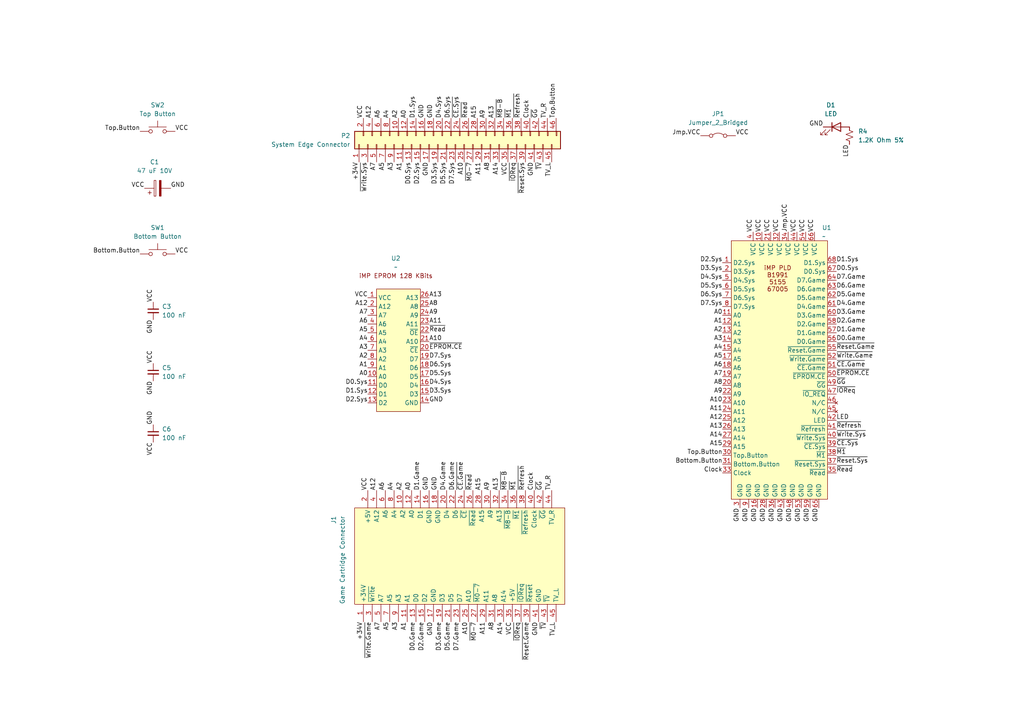
<source format=kicad_sch>
(kicad_sch
	(version 20231120)
	(generator "eeschema")
	(generator_version "8.0")
	(uuid "6eaf3709-4888-4341-8f31-1dee17b0db1e")
	(paper "A4")
	(lib_symbols
		(symbol "Connector_Generic:Conn_02x23_Odd_Even"
			(pin_names
				(offset 1.016) hide)
			(exclude_from_sim no)
			(in_bom yes)
			(on_board yes)
			(property "Reference" "J1"
				(at 2.5401 30.48 90)
				(effects
					(font
						(size 1.27 1.27)
					)
					(justify left)
				)
			)
			(property "Value" "Conn_02x23_Odd_Even"
				(at 0.0001 30.48 90)
				(effects
					(font
						(size 1.27 1.27)
					)
					(justify left)
				)
			)
			(property "Footprint" ""
				(at 0 0 0)
				(effects
					(font
						(size 1.27 1.27)
					)
					(hide yes)
				)
			)
			(property "Datasheet" "~"
				(at 0 0 0)
				(effects
					(font
						(size 1.27 1.27)
					)
					(hide yes)
				)
			)
			(property "Description" "Generic connector, double row, 02x23, odd/even pin numbering scheme (row 1 odd numbers, row 2 even numbers), script generated (kicad-library-utils/schlib/autogen/connector/)"
				(at 0 -2.54 0)
				(effects
					(font
						(size 1.27 1.27)
					)
					(hide yes)
				)
			)
			(property "ki_keywords" "connector"
				(at 0 0 0)
				(effects
					(font
						(size 1.27 1.27)
					)
					(hide yes)
				)
			)
			(property "ki_fp_filters" "Connector*:*_2x??_*"
				(at 0 0 0)
				(effects
					(font
						(size 1.27 1.27)
					)
					(hide yes)
				)
			)
			(symbol "Conn_02x23_Odd_Even_1_1"
				(rectangle
					(start -1.27 -27.813)
					(end 0 -28.067)
					(stroke
						(width 0.1524)
						(type default)
					)
					(fill
						(type none)
					)
				)
				(rectangle
					(start -1.27 -25.273)
					(end 0 -25.527)
					(stroke
						(width 0.1524)
						(type default)
					)
					(fill
						(type none)
					)
				)
				(rectangle
					(start -1.27 -22.733)
					(end 0 -22.987)
					(stroke
						(width 0.1524)
						(type default)
					)
					(fill
						(type none)
					)
				)
				(rectangle
					(start -1.27 -20.193)
					(end 0 -20.447)
					(stroke
						(width 0.1524)
						(type default)
					)
					(fill
						(type none)
					)
				)
				(rectangle
					(start -1.27 -17.653)
					(end 0 -17.907)
					(stroke
						(width 0.1524)
						(type default)
					)
					(fill
						(type none)
					)
				)
				(rectangle
					(start -1.27 -15.113)
					(end 0 -15.367)
					(stroke
						(width 0.1524)
						(type default)
					)
					(fill
						(type none)
					)
				)
				(rectangle
					(start -1.27 -12.573)
					(end 0 -12.827)
					(stroke
						(width 0.1524)
						(type default)
					)
					(fill
						(type none)
					)
				)
				(rectangle
					(start -1.27 -10.033)
					(end 0 -10.287)
					(stroke
						(width 0.1524)
						(type default)
					)
					(fill
						(type none)
					)
				)
				(rectangle
					(start -1.27 -7.493)
					(end 0 -7.747)
					(stroke
						(width 0.1524)
						(type default)
					)
					(fill
						(type none)
					)
				)
				(rectangle
					(start -1.27 -4.953)
					(end 0 -5.207)
					(stroke
						(width 0.1524)
						(type default)
					)
					(fill
						(type none)
					)
				)
				(rectangle
					(start -1.27 -2.413)
					(end 0 -2.667)
					(stroke
						(width 0.1524)
						(type default)
					)
					(fill
						(type none)
					)
				)
				(rectangle
					(start -1.27 0.127)
					(end 0 -0.127)
					(stroke
						(width 0.1524)
						(type default)
					)
					(fill
						(type none)
					)
				)
				(rectangle
					(start -1.27 2.667)
					(end 0 2.413)
					(stroke
						(width 0.1524)
						(type default)
					)
					(fill
						(type none)
					)
				)
				(rectangle
					(start -1.27 5.207)
					(end 0 4.953)
					(stroke
						(width 0.1524)
						(type default)
					)
					(fill
						(type none)
					)
				)
				(rectangle
					(start -1.27 7.747)
					(end 0 7.493)
					(stroke
						(width 0.1524)
						(type default)
					)
					(fill
						(type none)
					)
				)
				(rectangle
					(start -1.27 10.287)
					(end 0 10.033)
					(stroke
						(width 0.1524)
						(type default)
					)
					(fill
						(type none)
					)
				)
				(rectangle
					(start -1.27 12.827)
					(end 0 12.573)
					(stroke
						(width 0.1524)
						(type default)
					)
					(fill
						(type none)
					)
				)
				(rectangle
					(start -1.27 15.367)
					(end 0 15.113)
					(stroke
						(width 0.1524)
						(type default)
					)
					(fill
						(type none)
					)
				)
				(rectangle
					(start -1.27 17.907)
					(end 0 17.653)
					(stroke
						(width 0.1524)
						(type default)
					)
					(fill
						(type none)
					)
				)
				(rectangle
					(start -1.27 20.447)
					(end 0 20.193)
					(stroke
						(width 0.1524)
						(type default)
					)
					(fill
						(type none)
					)
				)
				(rectangle
					(start -1.27 22.987)
					(end 0 22.733)
					(stroke
						(width 0.1524)
						(type default)
					)
					(fill
						(type none)
					)
				)
				(rectangle
					(start -1.27 25.527)
					(end 0 25.273)
					(stroke
						(width 0.1524)
						(type default)
					)
					(fill
						(type none)
					)
				)
				(rectangle
					(start -1.27 28.067)
					(end 0 27.813)
					(stroke
						(width 0.1524)
						(type default)
					)
					(fill
						(type none)
					)
				)
				(rectangle
					(start -1.27 29.21)
					(end 3.81 -30.48)
					(stroke
						(width 0.254)
						(type default)
					)
					(fill
						(type background)
					)
				)
				(rectangle
					(start 2.54 -29.21)
					(end 3.81 -29.464)
					(stroke
						(width 0.1524)
						(type default)
					)
					(fill
						(type none)
					)
				)
				(rectangle
					(start 2.54 -26.67)
					(end 3.81 -26.924)
					(stroke
						(width 0.1524)
						(type default)
					)
					(fill
						(type none)
					)
				)
				(rectangle
					(start 2.54 -24.13)
					(end 3.81 -24.384)
					(stroke
						(width 0.1524)
						(type default)
					)
					(fill
						(type none)
					)
				)
				(rectangle
					(start 2.54 -21.59)
					(end 3.81 -21.844)
					(stroke
						(width 0.1524)
						(type default)
					)
					(fill
						(type none)
					)
				)
				(rectangle
					(start 2.54 -19.05)
					(end 3.81 -19.304)
					(stroke
						(width 0.1524)
						(type default)
					)
					(fill
						(type none)
					)
				)
				(rectangle
					(start 3.81 -16.383)
					(end 2.54 -16.637)
					(stroke
						(width 0.1524)
						(type default)
					)
					(fill
						(type none)
					)
				)
				(rectangle
					(start 3.81 -13.843)
					(end 2.54 -14.097)
					(stroke
						(width 0.1524)
						(type default)
					)
					(fill
						(type none)
					)
				)
				(rectangle
					(start 3.81 -11.303)
					(end 2.54 -11.557)
					(stroke
						(width 0.1524)
						(type default)
					)
					(fill
						(type none)
					)
				)
				(rectangle
					(start 3.81 -8.763)
					(end 2.54 -9.017)
					(stroke
						(width 0.1524)
						(type default)
					)
					(fill
						(type none)
					)
				)
				(rectangle
					(start 3.81 -6.223)
					(end 2.54 -6.477)
					(stroke
						(width 0.1524)
						(type default)
					)
					(fill
						(type none)
					)
				)
				(rectangle
					(start 3.81 -3.683)
					(end 2.54 -3.937)
					(stroke
						(width 0.1524)
						(type default)
					)
					(fill
						(type none)
					)
				)
				(rectangle
					(start 3.81 -1.143)
					(end 2.54 -1.397)
					(stroke
						(width 0.1524)
						(type default)
					)
					(fill
						(type none)
					)
				)
				(rectangle
					(start 3.81 1.397)
					(end 2.54 1.143)
					(stroke
						(width 0.1524)
						(type default)
					)
					(fill
						(type none)
					)
				)
				(rectangle
					(start 3.81 3.937)
					(end 2.54 3.683)
					(stroke
						(width 0.1524)
						(type default)
					)
					(fill
						(type none)
					)
				)
				(rectangle
					(start 3.81 6.477)
					(end 2.54 6.223)
					(stroke
						(width 0.1524)
						(type default)
					)
					(fill
						(type none)
					)
				)
				(rectangle
					(start 3.81 9.017)
					(end 2.54 8.763)
					(stroke
						(width 0.1524)
						(type default)
					)
					(fill
						(type none)
					)
				)
				(rectangle
					(start 3.81 11.557)
					(end 2.54 11.303)
					(stroke
						(width 0.1524)
						(type default)
					)
					(fill
						(type none)
					)
				)
				(rectangle
					(start 3.81 14.097)
					(end 2.54 13.843)
					(stroke
						(width 0.1524)
						(type default)
					)
					(fill
						(type none)
					)
				)
				(rectangle
					(start 3.81 16.637)
					(end 2.54 16.383)
					(stroke
						(width 0.1524)
						(type default)
					)
					(fill
						(type none)
					)
				)
				(rectangle
					(start 3.81 19.177)
					(end 2.54 18.923)
					(stroke
						(width 0.1524)
						(type default)
					)
					(fill
						(type none)
					)
				)
				(rectangle
					(start 3.81 21.717)
					(end 2.54 21.463)
					(stroke
						(width 0.1524)
						(type default)
					)
					(fill
						(type none)
					)
				)
				(rectangle
					(start 3.81 24.257)
					(end 2.54 24.003)
					(stroke
						(width 0.1524)
						(type default)
					)
					(fill
						(type none)
					)
				)
				(rectangle
					(start 3.81 26.797)
					(end 2.54 26.543)
					(stroke
						(width 0.1524)
						(type default)
					)
					(fill
						(type none)
					)
				)
				(pin passive line
					(at -5.08 27.94 0)
					(length 3.81)
					(name "Pin_1"
						(effects
							(font
								(size 1.27 1.27)
							)
						)
					)
					(number "1"
						(effects
							(font
								(size 1.27 1.27)
							)
						)
					)
				)
				(pin passive line
					(at 7.62 16.51 180)
					(length 3.81)
					(name "Pin_10"
						(effects
							(font
								(size 1.27 1.27)
							)
						)
					)
					(number "10"
						(effects
							(font
								(size 1.27 1.27)
							)
						)
					)
				)
				(pin passive line
					(at -5.08 15.24 0)
					(length 3.81)
					(name "Pin_11"
						(effects
							(font
								(size 1.27 1.27)
							)
						)
					)
					(number "11"
						(effects
							(font
								(size 1.27 1.27)
							)
						)
					)
				)
				(pin passive line
					(at 7.62 13.97 180)
					(length 3.81)
					(name "Pin_12"
						(effects
							(font
								(size 1.27 1.27)
							)
						)
					)
					(number "12"
						(effects
							(font
								(size 1.27 1.27)
							)
						)
					)
				)
				(pin passive line
					(at -5.08 12.7 0)
					(length 3.81)
					(name "Pin_13"
						(effects
							(font
								(size 1.27 1.27)
							)
						)
					)
					(number "13"
						(effects
							(font
								(size 1.27 1.27)
							)
						)
					)
				)
				(pin passive line
					(at 7.62 11.43 180)
					(length 3.81)
					(name "Pin_14"
						(effects
							(font
								(size 1.27 1.27)
							)
						)
					)
					(number "14"
						(effects
							(font
								(size 1.27 1.27)
							)
						)
					)
				)
				(pin passive line
					(at -5.08 10.16 0)
					(length 3.81)
					(name "Pin_15"
						(effects
							(font
								(size 1.27 1.27)
							)
						)
					)
					(number "15"
						(effects
							(font
								(size 1.27 1.27)
							)
						)
					)
				)
				(pin passive line
					(at 7.62 8.89 180)
					(length 3.81)
					(name "Pin_16"
						(effects
							(font
								(size 1.27 1.27)
							)
						)
					)
					(number "16"
						(effects
							(font
								(size 1.27 1.27)
							)
						)
					)
				)
				(pin passive line
					(at -5.08 7.62 0)
					(length 3.81)
					(name "Pin_17"
						(effects
							(font
								(size 1.27 1.27)
							)
						)
					)
					(number "17"
						(effects
							(font
								(size 1.27 1.27)
							)
						)
					)
				)
				(pin passive line
					(at 7.62 6.35 180)
					(length 3.81)
					(name "Pin_18"
						(effects
							(font
								(size 1.27 1.27)
							)
						)
					)
					(number "18"
						(effects
							(font
								(size 1.27 1.27)
							)
						)
					)
				)
				(pin passive line
					(at -5.08 5.08 0)
					(length 3.81)
					(name "Pin_19"
						(effects
							(font
								(size 1.27 1.27)
							)
						)
					)
					(number "19"
						(effects
							(font
								(size 1.27 1.27)
							)
						)
					)
				)
				(pin passive line
					(at 7.62 26.67 180)
					(length 3.81)
					(name "Pin_2"
						(effects
							(font
								(size 1.27 1.27)
							)
						)
					)
					(number "2"
						(effects
							(font
								(size 1.27 1.27)
							)
						)
					)
				)
				(pin passive line
					(at 7.62 3.81 180)
					(length 3.81)
					(name "Pin_20"
						(effects
							(font
								(size 1.27 1.27)
							)
						)
					)
					(number "20"
						(effects
							(font
								(size 1.27 1.27)
							)
						)
					)
				)
				(pin passive line
					(at -5.08 2.54 0)
					(length 3.81)
					(name "Pin_21"
						(effects
							(font
								(size 1.27 1.27)
							)
						)
					)
					(number "21"
						(effects
							(font
								(size 1.27 1.27)
							)
						)
					)
				)
				(pin passive line
					(at 7.62 1.27 180)
					(length 3.81)
					(name "Pin_22"
						(effects
							(font
								(size 1.27 1.27)
							)
						)
					)
					(number "22"
						(effects
							(font
								(size 1.27 1.27)
							)
						)
					)
				)
				(pin passive line
					(at -5.08 0 0)
					(length 3.81)
					(name "Pin_23"
						(effects
							(font
								(size 1.27 1.27)
							)
						)
					)
					(number "23"
						(effects
							(font
								(size 1.27 1.27)
							)
						)
					)
				)
				(pin passive line
					(at 7.62 -1.27 180)
					(length 3.81)
					(name "Pin_24"
						(effects
							(font
								(size 1.27 1.27)
							)
						)
					)
					(number "24"
						(effects
							(font
								(size 1.27 1.27)
							)
						)
					)
				)
				(pin passive line
					(at -5.08 -2.54 0)
					(length 3.81)
					(name "Pin_25"
						(effects
							(font
								(size 1.27 1.27)
							)
						)
					)
					(number "25"
						(effects
							(font
								(size 1.27 1.27)
							)
						)
					)
				)
				(pin passive line
					(at 7.62 -3.81 180)
					(length 3.81)
					(name "Pin_26"
						(effects
							(font
								(size 1.27 1.27)
							)
						)
					)
					(number "26"
						(effects
							(font
								(size 1.27 1.27)
							)
						)
					)
				)
				(pin passive line
					(at -5.08 -5.08 0)
					(length 3.81)
					(name "Pin_27"
						(effects
							(font
								(size 1.27 1.27)
							)
						)
					)
					(number "27"
						(effects
							(font
								(size 1.27 1.27)
							)
						)
					)
				)
				(pin passive line
					(at 7.62 -6.35 180)
					(length 3.81)
					(name "Pin_28"
						(effects
							(font
								(size 1.27 1.27)
							)
						)
					)
					(number "28"
						(effects
							(font
								(size 1.27 1.27)
							)
						)
					)
				)
				(pin passive line
					(at -5.08 -7.62 0)
					(length 3.81)
					(name "Pin_29"
						(effects
							(font
								(size 1.27 1.27)
							)
						)
					)
					(number "29"
						(effects
							(font
								(size 1.27 1.27)
							)
						)
					)
				)
				(pin passive line
					(at -5.08 25.4 0)
					(length 3.81)
					(name "Pin_3"
						(effects
							(font
								(size 1.27 1.27)
							)
						)
					)
					(number "3"
						(effects
							(font
								(size 1.27 1.27)
							)
						)
					)
				)
				(pin passive line
					(at 7.62 -8.89 180)
					(length 3.81)
					(name "Pin_30"
						(effects
							(font
								(size 1.27 1.27)
							)
						)
					)
					(number "30"
						(effects
							(font
								(size 1.27 1.27)
							)
						)
					)
				)
				(pin passive line
					(at -5.08 -10.16 0)
					(length 3.81)
					(name "Pin_31"
						(effects
							(font
								(size 1.27 1.27)
							)
						)
					)
					(number "31"
						(effects
							(font
								(size 1.27 1.27)
							)
						)
					)
				)
				(pin passive line
					(at 7.62 -11.43 180)
					(length 3.81)
					(name "Pin_32"
						(effects
							(font
								(size 1.27 1.27)
							)
						)
					)
					(number "32"
						(effects
							(font
								(size 1.27 1.27)
							)
						)
					)
				)
				(pin passive line
					(at -5.08 -12.7 0)
					(length 3.81)
					(name "Pin_33"
						(effects
							(font
								(size 1.27 1.27)
							)
						)
					)
					(number "33"
						(effects
							(font
								(size 1.27 1.27)
							)
						)
					)
				)
				(pin passive line
					(at 7.62 -13.97 180)
					(length 3.81)
					(name "Pin_34"
						(effects
							(font
								(size 1.27 1.27)
							)
						)
					)
					(number "34"
						(effects
							(font
								(size 1.27 1.27)
							)
						)
					)
				)
				(pin passive line
					(at -5.08 -15.24 0)
					(length 3.81)
					(name "Pin_35"
						(effects
							(font
								(size 1.27 1.27)
							)
						)
					)
					(number "35"
						(effects
							(font
								(size 1.27 1.27)
							)
						)
					)
				)
				(pin passive line
					(at 7.62 -16.51 180)
					(length 3.81)
					(name "Pin_36"
						(effects
							(font
								(size 1.27 1.27)
							)
						)
					)
					(number "36"
						(effects
							(font
								(size 1.27 1.27)
							)
						)
					)
				)
				(pin passive line
					(at -5.08 -17.78 0)
					(length 3.81)
					(name "Pin_37"
						(effects
							(font
								(size 1.27 1.27)
							)
						)
					)
					(number "37"
						(effects
							(font
								(size 1.27 1.27)
							)
						)
					)
				)
				(pin passive line
					(at 7.62 -19.05 180)
					(length 3.81)
					(name "Pin_38"
						(effects
							(font
								(size 1.27 1.27)
							)
						)
					)
					(number "38"
						(effects
							(font
								(size 1.27 1.27)
							)
						)
					)
				)
				(pin passive line
					(at -5.08 -20.32 0)
					(length 3.81)
					(name "Pin_39"
						(effects
							(font
								(size 1.27 1.27)
							)
						)
					)
					(number "39"
						(effects
							(font
								(size 1.27 1.27)
							)
						)
					)
				)
				(pin passive line
					(at 7.62 24.13 180)
					(length 3.81)
					(name "Pin_4"
						(effects
							(font
								(size 1.27 1.27)
							)
						)
					)
					(number "4"
						(effects
							(font
								(size 1.27 1.27)
							)
						)
					)
				)
				(pin passive line
					(at 7.62 -21.59 180)
					(length 3.81)
					(name "Pin_40"
						(effects
							(font
								(size 1.27 1.27)
							)
						)
					)
					(number "40"
						(effects
							(font
								(size 1.27 1.27)
							)
						)
					)
				)
				(pin passive line
					(at -5.08 -22.86 0)
					(length 3.81)
					(name "Pin_41"
						(effects
							(font
								(size 1.27 1.27)
							)
						)
					)
					(number "41"
						(effects
							(font
								(size 1.27 1.27)
							)
						)
					)
				)
				(pin passive line
					(at 7.62 -24.13 180)
					(length 3.81)
					(name "Pin_42"
						(effects
							(font
								(size 1.27 1.27)
							)
						)
					)
					(number "42"
						(effects
							(font
								(size 1.27 1.27)
							)
						)
					)
				)
				(pin passive line
					(at -5.08 -25.4 0)
					(length 3.81)
					(name "Pin_43"
						(effects
							(font
								(size 1.27 1.27)
							)
						)
					)
					(number "43"
						(effects
							(font
								(size 1.27 1.27)
							)
						)
					)
				)
				(pin passive line
					(at 7.62 -26.67 180)
					(length 3.81)
					(name "Pin_44"
						(effects
							(font
								(size 1.27 1.27)
							)
						)
					)
					(number "44"
						(effects
							(font
								(size 1.27 1.27)
							)
						)
					)
				)
				(pin passive line
					(at -5.08 -27.94 0)
					(length 3.81)
					(name "Pin_45"
						(effects
							(font
								(size 1.27 1.27)
							)
						)
					)
					(number "45"
						(effects
							(font
								(size 1.27 1.27)
							)
						)
					)
				)
				(pin passive line
					(at 7.62 -29.21 180)
					(length 3.81)
					(name "Pin_46"
						(effects
							(font
								(size 1.27 1.27)
							)
						)
					)
					(number "46"
						(effects
							(font
								(size 1.27 1.27)
							)
						)
					)
				)
				(pin passive line
					(at -5.08 22.86 0)
					(length 3.81)
					(name "Pin_5"
						(effects
							(font
								(size 1.27 1.27)
							)
						)
					)
					(number "5"
						(effects
							(font
								(size 1.27 1.27)
							)
						)
					)
				)
				(pin passive line
					(at 7.62 21.59 180)
					(length 3.81)
					(name "Pin_6"
						(effects
							(font
								(size 1.27 1.27)
							)
						)
					)
					(number "6"
						(effects
							(font
								(size 1.27 1.27)
							)
						)
					)
				)
				(pin passive line
					(at -5.08 20.32 0)
					(length 3.81)
					(name "Pin_7"
						(effects
							(font
								(size 1.27 1.27)
							)
						)
					)
					(number "7"
						(effects
							(font
								(size 1.27 1.27)
							)
						)
					)
				)
				(pin passive line
					(at 7.62 19.05 180)
					(length 3.81)
					(name "Pin_8"
						(effects
							(font
								(size 1.27 1.27)
							)
						)
					)
					(number "8"
						(effects
							(font
								(size 1.27 1.27)
							)
						)
					)
				)
				(pin passive line
					(at -5.08 17.78 0)
					(length 3.81)
					(name "Pin_9"
						(effects
							(font
								(size 1.27 1.27)
							)
						)
					)
					(number "9"
						(effects
							(font
								(size 1.27 1.27)
							)
						)
					)
				)
			)
		)
		(symbol "Device:C_Polarized"
			(pin_numbers hide)
			(pin_names
				(offset 0.254)
			)
			(exclude_from_sim no)
			(in_bom yes)
			(on_board yes)
			(property "Reference" "C"
				(at 0.635 2.54 0)
				(effects
					(font
						(size 1.27 1.27)
					)
					(justify left)
				)
			)
			(property "Value" "C_Polarized"
				(at 0.635 -2.54 0)
				(effects
					(font
						(size 1.27 1.27)
					)
					(justify left)
				)
			)
			(property "Footprint" ""
				(at 0.9652 -3.81 0)
				(effects
					(font
						(size 1.27 1.27)
					)
					(hide yes)
				)
			)
			(property "Datasheet" "~"
				(at 0 0 0)
				(effects
					(font
						(size 1.27 1.27)
					)
					(hide yes)
				)
			)
			(property "Description" "Polarized capacitor"
				(at 0 0 0)
				(effects
					(font
						(size 1.27 1.27)
					)
					(hide yes)
				)
			)
			(property "ki_keywords" "cap capacitor"
				(at 0 0 0)
				(effects
					(font
						(size 1.27 1.27)
					)
					(hide yes)
				)
			)
			(property "ki_fp_filters" "CP_*"
				(at 0 0 0)
				(effects
					(font
						(size 1.27 1.27)
					)
					(hide yes)
				)
			)
			(symbol "C_Polarized_0_1"
				(rectangle
					(start -2.286 0.508)
					(end 2.286 1.016)
					(stroke
						(width 0)
						(type default)
					)
					(fill
						(type none)
					)
				)
				(polyline
					(pts
						(xy -1.778 2.286) (xy -0.762 2.286)
					)
					(stroke
						(width 0)
						(type default)
					)
					(fill
						(type none)
					)
				)
				(polyline
					(pts
						(xy -1.27 2.794) (xy -1.27 1.778)
					)
					(stroke
						(width 0)
						(type default)
					)
					(fill
						(type none)
					)
				)
				(rectangle
					(start 2.286 -0.508)
					(end -2.286 -1.016)
					(stroke
						(width 0)
						(type default)
					)
					(fill
						(type outline)
					)
				)
			)
			(symbol "C_Polarized_1_1"
				(pin passive line
					(at 0 3.81 270)
					(length 2.794)
					(name "~"
						(effects
							(font
								(size 1.27 1.27)
							)
						)
					)
					(number "1"
						(effects
							(font
								(size 1.27 1.27)
							)
						)
					)
				)
				(pin passive line
					(at 0 -3.81 90)
					(length 2.794)
					(name "~"
						(effects
							(font
								(size 1.27 1.27)
							)
						)
					)
					(number "2"
						(effects
							(font
								(size 1.27 1.27)
							)
						)
					)
				)
			)
		)
		(symbol "Device:C_Small"
			(pin_numbers hide)
			(pin_names
				(offset 0.254) hide)
			(exclude_from_sim no)
			(in_bom yes)
			(on_board yes)
			(property "Reference" "C"
				(at 0.254 1.778 0)
				(effects
					(font
						(size 1.27 1.27)
					)
					(justify left)
				)
			)
			(property "Value" "C_Small"
				(at 0.254 -2.032 0)
				(effects
					(font
						(size 1.27 1.27)
					)
					(justify left)
				)
			)
			(property "Footprint" ""
				(at 0 0 0)
				(effects
					(font
						(size 1.27 1.27)
					)
					(hide yes)
				)
			)
			(property "Datasheet" "~"
				(at 0 0 0)
				(effects
					(font
						(size 1.27 1.27)
					)
					(hide yes)
				)
			)
			(property "Description" "Unpolarized capacitor, small symbol"
				(at 0 0 0)
				(effects
					(font
						(size 1.27 1.27)
					)
					(hide yes)
				)
			)
			(property "ki_keywords" "capacitor cap"
				(at 0 0 0)
				(effects
					(font
						(size 1.27 1.27)
					)
					(hide yes)
				)
			)
			(property "ki_fp_filters" "C_*"
				(at 0 0 0)
				(effects
					(font
						(size 1.27 1.27)
					)
					(hide yes)
				)
			)
			(symbol "C_Small_0_1"
				(polyline
					(pts
						(xy -1.524 -0.508) (xy 1.524 -0.508)
					)
					(stroke
						(width 0.3302)
						(type default)
					)
					(fill
						(type none)
					)
				)
				(polyline
					(pts
						(xy -1.524 0.508) (xy 1.524 0.508)
					)
					(stroke
						(width 0.3048)
						(type default)
					)
					(fill
						(type none)
					)
				)
			)
			(symbol "C_Small_1_1"
				(pin passive line
					(at 0 2.54 270)
					(length 2.032)
					(name "~"
						(effects
							(font
								(size 1.27 1.27)
							)
						)
					)
					(number "1"
						(effects
							(font
								(size 1.27 1.27)
							)
						)
					)
				)
				(pin passive line
					(at 0 -2.54 90)
					(length 2.032)
					(name "~"
						(effects
							(font
								(size 1.27 1.27)
							)
						)
					)
					(number "2"
						(effects
							(font
								(size 1.27 1.27)
							)
						)
					)
				)
			)
		)
		(symbol "Device:LED"
			(pin_numbers hide)
			(pin_names
				(offset 1.016) hide)
			(exclude_from_sim no)
			(in_bom yes)
			(on_board yes)
			(property "Reference" "D"
				(at 0 2.54 0)
				(effects
					(font
						(size 1.27 1.27)
					)
				)
			)
			(property "Value" "LED"
				(at 0 -2.54 0)
				(effects
					(font
						(size 1.27 1.27)
					)
				)
			)
			(property "Footprint" ""
				(at 0 0 0)
				(effects
					(font
						(size 1.27 1.27)
					)
					(hide yes)
				)
			)
			(property "Datasheet" "~"
				(at 0 0 0)
				(effects
					(font
						(size 1.27 1.27)
					)
					(hide yes)
				)
			)
			(property "Description" "Light emitting diode"
				(at 0 0 0)
				(effects
					(font
						(size 1.27 1.27)
					)
					(hide yes)
				)
			)
			(property "ki_keywords" "LED diode"
				(at 0 0 0)
				(effects
					(font
						(size 1.27 1.27)
					)
					(hide yes)
				)
			)
			(property "ki_fp_filters" "LED* LED_SMD:* LED_THT:*"
				(at 0 0 0)
				(effects
					(font
						(size 1.27 1.27)
					)
					(hide yes)
				)
			)
			(symbol "LED_0_1"
				(polyline
					(pts
						(xy -1.27 -1.27) (xy -1.27 1.27)
					)
					(stroke
						(width 0.254)
						(type default)
					)
					(fill
						(type none)
					)
				)
				(polyline
					(pts
						(xy -1.27 0) (xy 1.27 0)
					)
					(stroke
						(width 0)
						(type default)
					)
					(fill
						(type none)
					)
				)
				(polyline
					(pts
						(xy 1.27 -1.27) (xy 1.27 1.27) (xy -1.27 0) (xy 1.27 -1.27)
					)
					(stroke
						(width 0.254)
						(type default)
					)
					(fill
						(type none)
					)
				)
				(polyline
					(pts
						(xy -3.048 -0.762) (xy -4.572 -2.286) (xy -3.81 -2.286) (xy -4.572 -2.286) (xy -4.572 -1.524)
					)
					(stroke
						(width 0)
						(type default)
					)
					(fill
						(type none)
					)
				)
				(polyline
					(pts
						(xy -1.778 -0.762) (xy -3.302 -2.286) (xy -2.54 -2.286) (xy -3.302 -2.286) (xy -3.302 -1.524)
					)
					(stroke
						(width 0)
						(type default)
					)
					(fill
						(type none)
					)
				)
			)
			(symbol "LED_1_1"
				(pin passive line
					(at -3.81 0 0)
					(length 2.54)
					(name "K"
						(effects
							(font
								(size 1.27 1.27)
							)
						)
					)
					(number "1"
						(effects
							(font
								(size 1.27 1.27)
							)
						)
					)
				)
				(pin passive line
					(at 3.81 0 180)
					(length 2.54)
					(name "A"
						(effects
							(font
								(size 1.27 1.27)
							)
						)
					)
					(number "2"
						(effects
							(font
								(size 1.27 1.27)
							)
						)
					)
				)
			)
		)
		(symbol "Device:R_Small_US"
			(pin_numbers hide)
			(pin_names
				(offset 0.254) hide)
			(exclude_from_sim no)
			(in_bom yes)
			(on_board yes)
			(property "Reference" "R"
				(at 0.762 0.508 0)
				(effects
					(font
						(size 1.27 1.27)
					)
					(justify left)
				)
			)
			(property "Value" "R_Small_US"
				(at 0.762 -1.016 0)
				(effects
					(font
						(size 1.27 1.27)
					)
					(justify left)
				)
			)
			(property "Footprint" ""
				(at 0 0 0)
				(effects
					(font
						(size 1.27 1.27)
					)
					(hide yes)
				)
			)
			(property "Datasheet" "~"
				(at 0 0 0)
				(effects
					(font
						(size 1.27 1.27)
					)
					(hide yes)
				)
			)
			(property "Description" "Resistor, small US symbol"
				(at 0 0 0)
				(effects
					(font
						(size 1.27 1.27)
					)
					(hide yes)
				)
			)
			(property "ki_keywords" "r resistor"
				(at 0 0 0)
				(effects
					(font
						(size 1.27 1.27)
					)
					(hide yes)
				)
			)
			(property "ki_fp_filters" "R_*"
				(at 0 0 0)
				(effects
					(font
						(size 1.27 1.27)
					)
					(hide yes)
				)
			)
			(symbol "R_Small_US_1_1"
				(polyline
					(pts
						(xy 0 0) (xy 1.016 -0.381) (xy 0 -0.762) (xy -1.016 -1.143) (xy 0 -1.524)
					)
					(stroke
						(width 0)
						(type default)
					)
					(fill
						(type none)
					)
				)
				(polyline
					(pts
						(xy 0 1.524) (xy 1.016 1.143) (xy 0 0.762) (xy -1.016 0.381) (xy 0 0)
					)
					(stroke
						(width 0)
						(type default)
					)
					(fill
						(type none)
					)
				)
				(pin passive line
					(at 0 2.54 270)
					(length 1.016)
					(name "~"
						(effects
							(font
								(size 1.27 1.27)
							)
						)
					)
					(number "1"
						(effects
							(font
								(size 1.27 1.27)
							)
						)
					)
				)
				(pin passive line
					(at 0 -2.54 90)
					(length 1.016)
					(name "~"
						(effects
							(font
								(size 1.27 1.27)
							)
						)
					)
					(number "2"
						(effects
							(font
								(size 1.27 1.27)
							)
						)
					)
				)
			)
		)
		(symbol "Game Gear:GG_Slot"
			(exclude_from_sim no)
			(in_bom yes)
			(on_board yes)
			(property "Reference" "J1"
				(at 18.034 26.416 0)
				(effects
					(font
						(size 1.27 1.27)
					)
					(justify right)
					(hide yes)
				)
			)
			(property "Value" "Game Cartridge Connector"
				(at 18.034 23.876 0)
				(effects
					(font
						(size 1.27 1.27)
					)
					(justify right)
				)
			)
			(property "Footprint" "GameGear:System Edge Connector"
				(at 0 0 0)
				(effects
					(font
						(size 1.27 1.27)
					)
					(hide yes)
				)
			)
			(property "Datasheet" ""
				(at 0 0 0)
				(effects
					(font
						(size 1.27 1.27)
					)
					(hide yes)
				)
			)
			(property "Description" ""
				(at 0 0 0)
				(effects
					(font
						(size 1.27 1.27)
					)
					(hide yes)
				)
			)
			(symbol "GG_Slot_1_1"
				(rectangle
					(start -7.62 20.32)
					(end 20.32 -40.64)
					(stroke
						(width 0.1524)
						(type default)
					)
					(fill
						(type background)
					)
				)
				(pin power_in line
					(at -12.7 17.78 0)
					(length 5.08)
					(name "+34V"
						(effects
							(font
								(size 1.27 1.27)
							)
						)
					)
					(number "1"
						(effects
							(font
								(size 1.27 1.27)
							)
						)
					)
				)
				(pin input line
					(at 25.4 6.35 180)
					(length 5.08)
					(name "A2"
						(effects
							(font
								(size 1.27 1.27)
							)
						)
					)
					(number "10"
						(effects
							(font
								(size 1.27 1.27)
							)
						)
					)
				)
				(pin input line
					(at -12.7 5.08 0)
					(length 5.08)
					(name "A1"
						(effects
							(font
								(size 1.27 1.27)
							)
						)
					)
					(number "11"
						(effects
							(font
								(size 1.27 1.27)
							)
						)
					)
				)
				(pin input line
					(at 25.4 3.81 180)
					(length 5.08)
					(name "A0"
						(effects
							(font
								(size 1.27 1.27)
							)
						)
					)
					(number "12"
						(effects
							(font
								(size 1.27 1.27)
							)
						)
					)
				)
				(pin bidirectional line
					(at -12.7 2.54 0)
					(length 5.08)
					(name "D0"
						(effects
							(font
								(size 1.27 1.27)
							)
						)
					)
					(number "13"
						(effects
							(font
								(size 1.27 1.27)
							)
						)
					)
				)
				(pin bidirectional line
					(at 25.4 1.27 180)
					(length 5.08)
					(name "D1"
						(effects
							(font
								(size 1.27 1.27)
							)
						)
					)
					(number "14"
						(effects
							(font
								(size 1.27 1.27)
							)
						)
					)
				)
				(pin bidirectional line
					(at -12.7 0 0)
					(length 5.08)
					(name "D2"
						(effects
							(font
								(size 1.27 1.27)
							)
						)
					)
					(number "15"
						(effects
							(font
								(size 1.27 1.27)
							)
						)
					)
				)
				(pin power_in line
					(at 25.4 -1.27 180)
					(length 5.08)
					(name "GND"
						(effects
							(font
								(size 1.27 1.27)
							)
						)
					)
					(number "16"
						(effects
							(font
								(size 1.27 1.27)
							)
						)
					)
				)
				(pin power_in line
					(at -12.7 -2.54 0)
					(length 5.08)
					(name "GND"
						(effects
							(font
								(size 1.27 1.27)
							)
						)
					)
					(number "17"
						(effects
							(font
								(size 1.27 1.27)
							)
						)
					)
				)
				(pin power_in line
					(at 25.4 -3.81 180)
					(length 5.08)
					(name "GND"
						(effects
							(font
								(size 1.27 1.27)
							)
						)
					)
					(number "18"
						(effects
							(font
								(size 1.27 1.27)
							)
						)
					)
				)
				(pin bidirectional line
					(at -12.7 -5.08 0)
					(length 5.08)
					(name "D3"
						(effects
							(font
								(size 1.27 1.27)
							)
						)
					)
					(number "19"
						(effects
							(font
								(size 1.27 1.27)
							)
						)
					)
				)
				(pin power_in line
					(at 25.4 16.51 180)
					(length 5.08)
					(name "+5V"
						(effects
							(font
								(size 1.27 1.27)
							)
						)
					)
					(number "2"
						(effects
							(font
								(size 1.27 1.27)
							)
						)
					)
				)
				(pin bidirectional line
					(at 25.4 -6.35 180)
					(length 5.08)
					(name "D4"
						(effects
							(font
								(size 1.27 1.27)
							)
						)
					)
					(number "20"
						(effects
							(font
								(size 1.27 1.27)
							)
						)
					)
				)
				(pin bidirectional line
					(at -12.7 -7.62 0)
					(length 5.08)
					(name "D5"
						(effects
							(font
								(size 1.27 1.27)
							)
						)
					)
					(number "21"
						(effects
							(font
								(size 1.27 1.27)
							)
						)
					)
				)
				(pin bidirectional line
					(at 25.4 -8.89 180)
					(length 5.08)
					(name "D6"
						(effects
							(font
								(size 1.27 1.27)
							)
						)
					)
					(number "22"
						(effects
							(font
								(size 1.27 1.27)
							)
						)
					)
				)
				(pin bidirectional line
					(at -12.7 -10.16 0)
					(length 5.08)
					(name "D7"
						(effects
							(font
								(size 1.27 1.27)
							)
						)
					)
					(number "23"
						(effects
							(font
								(size 1.27 1.27)
							)
						)
					)
				)
				(pin input line
					(at 25.4 -11.43 180)
					(length 5.08)
					(name "~{CE}"
						(effects
							(font
								(size 1.27 1.27)
							)
						)
					)
					(number "24"
						(effects
							(font
								(size 1.27 1.27)
							)
						)
					)
				)
				(pin input line
					(at -12.7 -12.7 0)
					(length 5.08)
					(name "A10"
						(effects
							(font
								(size 1.27 1.27)
							)
						)
					)
					(number "25"
						(effects
							(font
								(size 1.27 1.27)
							)
						)
					)
				)
				(pin input line
					(at 25.4 -13.97 180)
					(length 5.08)
					(name "~{Read}"
						(effects
							(font
								(size 1.27 1.27)
							)
						)
					)
					(number "26"
						(effects
							(font
								(size 1.27 1.27)
							)
						)
					)
				)
				(pin input line
					(at -12.7 -15.24 0)
					(length 5.08)
					(name "~{M0-7}"
						(effects
							(font
								(size 1.27 1.27)
							)
						)
					)
					(number "27"
						(effects
							(font
								(size 1.27 1.27)
							)
						)
					)
				)
				(pin input line
					(at 25.4 -16.51 180)
					(length 5.08)
					(name "A15"
						(effects
							(font
								(size 1.27 1.27)
							)
						)
					)
					(number "28"
						(effects
							(font
								(size 1.27 1.27)
							)
						)
					)
				)
				(pin input line
					(at -12.7 -17.78 0)
					(length 5.08)
					(name "A11"
						(effects
							(font
								(size 1.27 1.27)
							)
						)
					)
					(number "29"
						(effects
							(font
								(size 1.27 1.27)
							)
						)
					)
				)
				(pin input line
					(at -12.7 15.24 0)
					(length 5.08)
					(name "~{Write}"
						(effects
							(font
								(size 1.27 1.27)
							)
						)
					)
					(number "3"
						(effects
							(font
								(size 1.27 1.27)
							)
						)
					)
				)
				(pin input line
					(at 25.4 -19.05 180)
					(length 5.08)
					(name "A9"
						(effects
							(font
								(size 1.27 1.27)
							)
						)
					)
					(number "30"
						(effects
							(font
								(size 1.27 1.27)
							)
						)
					)
				)
				(pin input line
					(at -12.7 -20.32 0)
					(length 5.08)
					(name "A8"
						(effects
							(font
								(size 1.27 1.27)
							)
						)
					)
					(number "31"
						(effects
							(font
								(size 1.27 1.27)
							)
						)
					)
				)
				(pin input line
					(at 25.4 -21.59 180)
					(length 5.08)
					(name "A13"
						(effects
							(font
								(size 1.27 1.27)
							)
						)
					)
					(number "32"
						(effects
							(font
								(size 1.27 1.27)
							)
						)
					)
				)
				(pin input line
					(at -12.7 -22.86 0)
					(length 5.08)
					(name "A14"
						(effects
							(font
								(size 1.27 1.27)
							)
						)
					)
					(number "33"
						(effects
							(font
								(size 1.27 1.27)
							)
						)
					)
				)
				(pin input line
					(at 25.4 -24.13 180)
					(length 5.08)
					(name "~{M8-B}"
						(effects
							(font
								(size 1.27 1.27)
							)
						)
					)
					(number "34"
						(effects
							(font
								(size 1.27 1.27)
							)
						)
					)
				)
				(pin power_in line
					(at -12.7 -25.4 0)
					(length 5.08)
					(name "+5V"
						(effects
							(font
								(size 1.27 1.27)
							)
						)
					)
					(number "35"
						(effects
							(font
								(size 1.27 1.27)
							)
						)
					)
				)
				(pin input line
					(at 25.4 -26.67 180)
					(length 5.08)
					(name "~{M1}"
						(effects
							(font
								(size 1.27 1.27)
							)
						)
					)
					(number "36"
						(effects
							(font
								(size 1.27 1.27)
							)
						)
					)
				)
				(pin input line
					(at -12.7 -27.94 0)
					(length 5.08)
					(name "~{IOReq}"
						(effects
							(font
								(size 1.27 1.27)
							)
						)
					)
					(number "37"
						(effects
							(font
								(size 1.27 1.27)
							)
						)
					)
				)
				(pin input line
					(at 25.4 -29.21 180)
					(length 5.08)
					(name "~{Refresh}"
						(effects
							(font
								(size 1.27 1.27)
							)
						)
					)
					(number "38"
						(effects
							(font
								(size 1.27 1.27)
							)
						)
					)
				)
				(pin input line
					(at -12.7 -30.48 0)
					(length 5.08)
					(name "~{Reset}"
						(effects
							(font
								(size 1.27 1.27)
							)
						)
					)
					(number "39"
						(effects
							(font
								(size 1.27 1.27)
							)
						)
					)
				)
				(pin input line
					(at 25.4 13.97 180)
					(length 5.08)
					(name "A12"
						(effects
							(font
								(size 1.27 1.27)
							)
						)
					)
					(number "4"
						(effects
							(font
								(size 1.27 1.27)
							)
						)
					)
				)
				(pin input line
					(at 25.4 -31.75 180)
					(length 5.08)
					(name "Clock"
						(effects
							(font
								(size 1.27 1.27)
							)
						)
					)
					(number "40"
						(effects
							(font
								(size 1.27 1.27)
							)
						)
					)
				)
				(pin power_in line
					(at -12.7 -33.02 0)
					(length 5.08)
					(name "GND"
						(effects
							(font
								(size 1.27 1.27)
							)
						)
					)
					(number "41"
						(effects
							(font
								(size 1.27 1.27)
							)
						)
					)
				)
				(pin input line
					(at 25.4 -34.29 180)
					(length 5.08)
					(name "~{GG}"
						(effects
							(font
								(size 1.27 1.27)
							)
						)
					)
					(number "42"
						(effects
							(font
								(size 1.27 1.27)
							)
						)
					)
				)
				(pin input line
					(at -12.7 -35.56 0)
					(length 5.08)
					(name "~{TV}"
						(effects
							(font
								(size 1.27 1.27)
							)
						)
					)
					(number "43"
						(effects
							(font
								(size 1.27 1.27)
							)
						)
					)
				)
				(pin input line
					(at 25.4 -36.83 180)
					(length 5.08)
					(name "TV_R"
						(effects
							(font
								(size 1.27 1.27)
							)
						)
					)
					(number "44"
						(effects
							(font
								(size 1.27 1.27)
							)
						)
					)
				)
				(pin input line
					(at -12.7 -38.1 0)
					(length 5.08)
					(name "TV_L"
						(effects
							(font
								(size 1.27 1.27)
							)
						)
					)
					(number "45"
						(effects
							(font
								(size 1.27 1.27)
							)
						)
					)
				)
				(pin input line
					(at -12.7 12.7 0)
					(length 5.08)
					(name "A7"
						(effects
							(font
								(size 1.27 1.27)
							)
						)
					)
					(number "5"
						(effects
							(font
								(size 1.27 1.27)
							)
						)
					)
				)
				(pin input line
					(at 25.4 11.43 180)
					(length 5.08)
					(name "A6"
						(effects
							(font
								(size 1.27 1.27)
							)
						)
					)
					(number "6"
						(effects
							(font
								(size 1.27 1.27)
							)
						)
					)
				)
				(pin input line
					(at -12.7 10.16 0)
					(length 5.08)
					(name "A5"
						(effects
							(font
								(size 1.27 1.27)
							)
						)
					)
					(number "7"
						(effects
							(font
								(size 1.27 1.27)
							)
						)
					)
				)
				(pin input line
					(at 25.4 8.89 180)
					(length 5.08)
					(name "A4"
						(effects
							(font
								(size 1.27 1.27)
							)
						)
					)
					(number "8"
						(effects
							(font
								(size 1.27 1.27)
							)
						)
					)
				)
				(pin input line
					(at -12.7 7.62 0)
					(length 5.08)
					(name "A3"
						(effects
							(font
								(size 1.27 1.27)
							)
						)
					)
					(number "9"
						(effects
							(font
								(size 1.27 1.27)
							)
						)
					)
				)
			)
		)
		(symbol "Game Gear:iMP_EPROM"
			(exclude_from_sim no)
			(in_bom yes)
			(on_board yes)
			(property "Reference" "U"
				(at 0 0 0)
				(effects
					(font
						(size 1.27 1.27)
					)
				)
			)
			(property "Value" ""
				(at 0 0 0)
				(effects
					(font
						(size 1.27 1.27)
					)
				)
			)
			(property "Footprint" ""
				(at 0 0 0)
				(effects
					(font
						(size 1.27 1.27)
					)
					(hide yes)
				)
			)
			(property "Datasheet" ""
				(at 0 0 0)
				(effects
					(font
						(size 1.27 1.27)
					)
					(hide yes)
				)
			)
			(property "Description" ""
				(at 0 0 0)
				(effects
					(font
						(size 1.27 1.27)
					)
					(hide yes)
				)
			)
			(symbol "iMP_EPROM_0_0"
				(pin power_in line
					(at 0 0 0)
					(length 2.54)
					(name "VCC"
						(effects
							(font
								(size 1.27 1.27)
							)
						)
					)
					(number "1"
						(effects
							(font
								(size 1.27 1.27)
							)
						)
					)
				)
				(pin input line
					(at 0 -22.86 0)
					(length 2.54)
					(name "A0"
						(effects
							(font
								(size 1.27 1.27)
							)
						)
					)
					(number "10"
						(effects
							(font
								(size 1.27 1.27)
							)
						)
					)
				)
				(pin bidirectional line
					(at 0 -25.4 0)
					(length 2.54)
					(name "D0"
						(effects
							(font
								(size 1.27 1.27)
							)
						)
					)
					(number "11"
						(effects
							(font
								(size 1.27 1.27)
							)
						)
					)
				)
				(pin bidirectional line
					(at 0 -27.94 0)
					(length 2.54)
					(name "D1"
						(effects
							(font
								(size 1.27 1.27)
							)
						)
					)
					(number "12"
						(effects
							(font
								(size 1.27 1.27)
							)
						)
					)
				)
				(pin bidirectional line
					(at 0 -30.48 0)
					(length 2.54)
					(name "D2"
						(effects
							(font
								(size 1.27 1.27)
							)
						)
					)
					(number "13"
						(effects
							(font
								(size 1.27 1.27)
							)
						)
					)
				)
				(pin power_in line
					(at 17.78 -30.48 180)
					(length 2.54)
					(name "GND"
						(effects
							(font
								(size 1.27 1.27)
							)
						)
					)
					(number "14"
						(effects
							(font
								(size 1.27 1.27)
							)
						)
					)
				)
				(pin bidirectional line
					(at 17.78 -27.94 180)
					(length 2.54)
					(name "D3"
						(effects
							(font
								(size 1.27 1.27)
							)
						)
					)
					(number "15"
						(effects
							(font
								(size 1.27 1.27)
							)
						)
					)
				)
				(pin bidirectional line
					(at 17.78 -25.4 180)
					(length 2.54)
					(name "D4"
						(effects
							(font
								(size 1.27 1.27)
							)
						)
					)
					(number "16"
						(effects
							(font
								(size 1.27 1.27)
							)
						)
					)
				)
				(pin bidirectional line
					(at 17.78 -22.86 180)
					(length 2.54)
					(name "D5"
						(effects
							(font
								(size 1.27 1.27)
							)
						)
					)
					(number "17"
						(effects
							(font
								(size 1.27 1.27)
							)
						)
					)
				)
				(pin bidirectional line
					(at 17.78 -20.32 180)
					(length 2.54)
					(name "D6"
						(effects
							(font
								(size 1.27 1.27)
							)
						)
					)
					(number "18"
						(effects
							(font
								(size 1.27 1.27)
							)
						)
					)
				)
				(pin bidirectional line
					(at 17.78 -17.78 180)
					(length 2.54)
					(name "D7"
						(effects
							(font
								(size 1.27 1.27)
							)
						)
					)
					(number "19"
						(effects
							(font
								(size 1.27 1.27)
							)
						)
					)
				)
				(pin input line
					(at 0 -2.54 0)
					(length 2.54)
					(name "A12"
						(effects
							(font
								(size 1.27 1.27)
							)
						)
					)
					(number "2"
						(effects
							(font
								(size 1.27 1.27)
							)
						)
					)
				)
				(pin input line
					(at 17.78 -15.24 180)
					(length 2.54)
					(name "~{CE}"
						(effects
							(font
								(size 1.27 1.27)
							)
						)
					)
					(number "20"
						(effects
							(font
								(size 1.27 1.27)
							)
						)
					)
				)
				(pin input line
					(at 17.78 -12.7 180)
					(length 2.54)
					(name "A10"
						(effects
							(font
								(size 1.27 1.27)
							)
						)
					)
					(number "21"
						(effects
							(font
								(size 1.27 1.27)
							)
						)
					)
				)
				(pin input line
					(at 17.78 -10.16 180)
					(length 2.54)
					(name "~{OE}"
						(effects
							(font
								(size 1.27 1.27)
							)
						)
					)
					(number "22"
						(effects
							(font
								(size 1.27 1.27)
							)
						)
					)
				)
				(pin input line
					(at 17.78 -7.62 180)
					(length 2.54)
					(name "A11"
						(effects
							(font
								(size 1.27 1.27)
							)
						)
					)
					(number "23"
						(effects
							(font
								(size 1.27 1.27)
							)
						)
					)
				)
				(pin input line
					(at 17.78 -5.08 180)
					(length 2.54)
					(name "A9"
						(effects
							(font
								(size 1.27 1.27)
							)
						)
					)
					(number "24"
						(effects
							(font
								(size 1.27 1.27)
							)
						)
					)
				)
				(pin input line
					(at 17.78 -2.54 180)
					(length 2.54)
					(name "A8"
						(effects
							(font
								(size 1.27 1.27)
							)
						)
					)
					(number "25"
						(effects
							(font
								(size 1.27 1.27)
							)
						)
					)
				)
				(pin input line
					(at 17.78 0 180)
					(length 2.54)
					(name "A13"
						(effects
							(font
								(size 1.27 1.27)
							)
						)
					)
					(number "26"
						(effects
							(font
								(size 1.27 1.27)
							)
						)
					)
				)
				(pin input line
					(at 0 -5.08 0)
					(length 2.54)
					(name "A7"
						(effects
							(font
								(size 1.27 1.27)
							)
						)
					)
					(number "3"
						(effects
							(font
								(size 1.27 1.27)
							)
						)
					)
				)
				(pin input line
					(at 0 -7.62 0)
					(length 2.54)
					(name "A6"
						(effects
							(font
								(size 1.27 1.27)
							)
						)
					)
					(number "4"
						(effects
							(font
								(size 1.27 1.27)
							)
						)
					)
				)
				(pin input line
					(at 0 -10.16 0)
					(length 2.54)
					(name "A5"
						(effects
							(font
								(size 1.27 1.27)
							)
						)
					)
					(number "5"
						(effects
							(font
								(size 1.27 1.27)
							)
						)
					)
				)
				(pin input line
					(at 0 -12.7 0)
					(length 2.54)
					(name "A4"
						(effects
							(font
								(size 1.27 1.27)
							)
						)
					)
					(number "6"
						(effects
							(font
								(size 1.27 1.27)
							)
						)
					)
				)
				(pin input line
					(at 0 -15.24 0)
					(length 2.54)
					(name "A3"
						(effects
							(font
								(size 1.27 1.27)
							)
						)
					)
					(number "7"
						(effects
							(font
								(size 1.27 1.27)
							)
						)
					)
				)
				(pin input line
					(at 0 -17.78 0)
					(length 2.54)
					(name "A2"
						(effects
							(font
								(size 1.27 1.27)
							)
						)
					)
					(number "8"
						(effects
							(font
								(size 1.27 1.27)
							)
						)
					)
				)
				(pin input line
					(at 0 -20.32 0)
					(length 2.54)
					(name "A1"
						(effects
							(font
								(size 1.27 1.27)
							)
						)
					)
					(number "9"
						(effects
							(font
								(size 1.27 1.27)
							)
						)
					)
				)
			)
			(symbol "iMP_EPROM_1_1"
				(rectangle
					(start 2.54 2.54)
					(end 15.24 -33.02)
					(stroke
						(width 0)
						(type default)
					)
					(fill
						(type background)
					)
				)
				(text "iMP EPROM 128 KBits"
					(at 8.128 6.35 0)
					(effects
						(font
							(size 1.27 1.27)
						)
					)
				)
			)
		)
		(symbol "Game Gear:iMP_PLD"
			(exclude_from_sim no)
			(in_bom yes)
			(on_board yes)
			(property "Reference" "U"
				(at 0 0 0)
				(effects
					(font
						(size 1.27 1.27)
					)
				)
			)
			(property "Value" ""
				(at 0 0 0)
				(effects
					(font
						(size 1.27 1.27)
					)
				)
			)
			(property "Footprint" ""
				(at 0 0 0)
				(effects
					(font
						(size 1.27 1.27)
					)
					(hide yes)
				)
			)
			(property "Datasheet" ""
				(at 0 0 0)
				(effects
					(font
						(size 1.27 1.27)
					)
					(hide yes)
				)
			)
			(property "Description" ""
				(at 0 0 0)
				(effects
					(font
						(size 1.27 1.27)
					)
					(hide yes)
				)
			)
			(symbol "iMP_PLD_0_0"
				(pin bidirectional line
					(at 0 0 0)
					(length 2.54)
					(name "D2.Sys"
						(effects
							(font
								(size 1.27 1.27)
							)
						)
					)
					(number "1"
						(effects
							(font
								(size 1.27 1.27)
							)
						)
					)
				)
				(pin power_in line
					(at 11.43 8.89 270)
					(length 2.54)
					(name "VCC"
						(effects
							(font
								(size 1.27 1.27)
							)
						)
					)
					(number "10"
						(effects
							(font
								(size 1.27 1.27)
							)
						)
					)
				)
				(pin input line
					(at 0 -15.24 0)
					(length 2.54)
					(name "A0"
						(effects
							(font
								(size 1.27 1.27)
							)
						)
					)
					(number "11"
						(effects
							(font
								(size 1.27 1.27)
							)
						)
					)
				)
				(pin input line
					(at 0 -17.78 0)
					(length 2.54)
					(name "A1"
						(effects
							(font
								(size 1.27 1.27)
							)
						)
					)
					(number "12"
						(effects
							(font
								(size 1.27 1.27)
							)
						)
					)
				)
				(pin input line
					(at 0 -20.32 0)
					(length 2.54)
					(name "A2"
						(effects
							(font
								(size 1.27 1.27)
							)
						)
					)
					(number "13"
						(effects
							(font
								(size 1.27 1.27)
							)
						)
					)
				)
				(pin input line
					(at 0 -22.86 0)
					(length 2.54)
					(name "A3"
						(effects
							(font
								(size 1.27 1.27)
							)
						)
					)
					(number "14"
						(effects
							(font
								(size 1.27 1.27)
							)
						)
					)
				)
				(pin input line
					(at 0 -25.4 0)
					(length 2.54)
					(name "A4"
						(effects
							(font
								(size 1.27 1.27)
							)
						)
					)
					(number "15"
						(effects
							(font
								(size 1.27 1.27)
							)
						)
					)
				)
				(pin power_in line
					(at 10.16 -71.12 90)
					(length 2.54)
					(name "GND"
						(effects
							(font
								(size 1.27 1.27)
							)
						)
					)
					(number "16"
						(effects
							(font
								(size 1.27 1.27)
							)
						)
					)
				)
				(pin input line
					(at 0 -27.94 0)
					(length 2.54)
					(name "A5"
						(effects
							(font
								(size 1.27 1.27)
							)
						)
					)
					(number "17"
						(effects
							(font
								(size 1.27 1.27)
							)
						)
					)
				)
				(pin input line
					(at 0 -30.48 0)
					(length 2.54)
					(name "A6"
						(effects
							(font
								(size 1.27 1.27)
							)
						)
					)
					(number "18"
						(effects
							(font
								(size 1.27 1.27)
							)
						)
					)
				)
				(pin input line
					(at 0 -33.02 0)
					(length 2.54)
					(name "A7"
						(effects
							(font
								(size 1.27 1.27)
							)
						)
					)
					(number "19"
						(effects
							(font
								(size 1.27 1.27)
							)
						)
					)
				)
				(pin bidirectional line
					(at 0 -2.54 0)
					(length 2.54)
					(name "D3.Sys"
						(effects
							(font
								(size 1.27 1.27)
							)
						)
					)
					(number "2"
						(effects
							(font
								(size 1.27 1.27)
							)
						)
					)
				)
				(pin input line
					(at 0 -35.56 0)
					(length 2.54)
					(name "A8"
						(effects
							(font
								(size 1.27 1.27)
							)
						)
					)
					(number "20"
						(effects
							(font
								(size 1.27 1.27)
							)
						)
					)
				)
				(pin power_in line
					(at 13.97 8.89 270)
					(length 2.54)
					(name "VCC"
						(effects
							(font
								(size 1.27 1.27)
							)
						)
					)
					(number "21"
						(effects
							(font
								(size 1.27 1.27)
							)
						)
					)
				)
				(pin input line
					(at 0 -38.1 0)
					(length 2.54)
					(name "A9"
						(effects
							(font
								(size 1.27 1.27)
							)
						)
					)
					(number "22"
						(effects
							(font
								(size 1.27 1.27)
							)
						)
					)
				)
				(pin input line
					(at 0 -40.64 0)
					(length 2.54)
					(name "A10"
						(effects
							(font
								(size 1.27 1.27)
							)
						)
					)
					(number "23"
						(effects
							(font
								(size 1.27 1.27)
							)
						)
					)
				)
				(pin input line
					(at 0 -43.18 0)
					(length 2.54)
					(name "A11"
						(effects
							(font
								(size 1.27 1.27)
							)
						)
					)
					(number "24"
						(effects
							(font
								(size 1.27 1.27)
							)
						)
					)
				)
				(pin input line
					(at 0 -45.72 0)
					(length 2.54)
					(name "A12"
						(effects
							(font
								(size 1.27 1.27)
							)
						)
					)
					(number "25"
						(effects
							(font
								(size 1.27 1.27)
							)
						)
					)
				)
				(pin input line
					(at 0 -48.26 0)
					(length 2.54)
					(name "A13"
						(effects
							(font
								(size 1.27 1.27)
							)
						)
					)
					(number "26"
						(effects
							(font
								(size 1.27 1.27)
							)
						)
					)
				)
				(pin input line
					(at 0 -50.8 0)
					(length 2.54)
					(name "A14"
						(effects
							(font
								(size 1.27 1.27)
							)
						)
					)
					(number "27"
						(effects
							(font
								(size 1.27 1.27)
							)
						)
					)
				)
				(pin power_in line
					(at 12.7 -71.12 90)
					(length 2.54)
					(name "GND"
						(effects
							(font
								(size 1.27 1.27)
							)
						)
					)
					(number "28"
						(effects
							(font
								(size 1.27 1.27)
							)
						)
					)
				)
				(pin input line
					(at 0 -53.34 0)
					(length 2.54)
					(name "A15"
						(effects
							(font
								(size 1.27 1.27)
							)
						)
					)
					(number "29"
						(effects
							(font
								(size 1.27 1.27)
							)
						)
					)
				)
				(pin power_in line
					(at 5.08 -71.12 90)
					(length 2.54)
					(name "GND"
						(effects
							(font
								(size 1.27 1.27)
							)
						)
					)
					(number "3"
						(effects
							(font
								(size 1.27 1.27)
							)
						)
					)
				)
				(pin input line
					(at 0 -55.88 0)
					(length 2.54)
					(name "Top.Button"
						(effects
							(font
								(size 1.27 1.27)
							)
						)
					)
					(number "30"
						(effects
							(font
								(size 1.27 1.27)
							)
						)
					)
				)
				(pin input line
					(at 0 -58.42 0)
					(length 2.54)
					(name "Bottom.Button"
						(effects
							(font
								(size 1.27 1.27)
							)
						)
					)
					(number "31"
						(effects
							(font
								(size 1.27 1.27)
							)
						)
					)
				)
				(pin power_in line
					(at 16.51 8.89 270)
					(length 2.54)
					(name "VCC"
						(effects
							(font
								(size 1.27 1.27)
							)
						)
					)
					(number "32"
						(effects
							(font
								(size 1.27 1.27)
							)
						)
					)
				)
				(pin input line
					(at 0 -60.96 0)
					(length 2.54)
					(name "Clock"
						(effects
							(font
								(size 1.27 1.27)
							)
						)
					)
					(number "33"
						(effects
							(font
								(size 1.27 1.27)
							)
						)
					)
				)
				(pin power_in line
					(at 19.05 8.89 270)
					(length 2.54)
					(name "VCC"
						(effects
							(font
								(size 1.27 1.27)
							)
						)
					)
					(number "34"
						(effects
							(font
								(size 1.27 1.27)
							)
						)
					)
				)
				(pin input line
					(at 33.02 -60.96 180)
					(length 2.54)
					(name "~{Read}"
						(effects
							(font
								(size 1.27 1.27)
							)
						)
					)
					(number "35"
						(effects
							(font
								(size 1.27 1.27)
							)
						)
					)
				)
				(pin power_in line
					(at 15.24 -71.12 90)
					(length 2.54)
					(name "GND"
						(effects
							(font
								(size 1.27 1.27)
							)
						)
					)
					(number "36"
						(effects
							(font
								(size 1.27 1.27)
							)
						)
					)
				)
				(pin output line
					(at 33.02 -58.42 180)
					(length 2.54)
					(name "~{Reset.Sys}"
						(effects
							(font
								(size 1.27 1.27)
							)
						)
					)
					(number "37"
						(effects
							(font
								(size 1.27 1.27)
							)
						)
					)
				)
				(pin input line
					(at 33.02 -55.88 180)
					(length 2.54)
					(name "~{M1}"
						(effects
							(font
								(size 1.27 1.27)
							)
						)
					)
					(number "38"
						(effects
							(font
								(size 1.27 1.27)
							)
						)
					)
				)
				(pin input line
					(at 33.02 -53.34 180)
					(length 2.54)
					(name "~{CE.Sys}"
						(effects
							(font
								(size 1.27 1.27)
							)
						)
					)
					(number "39"
						(effects
							(font
								(size 1.27 1.27)
							)
						)
					)
				)
				(pin power_in line
					(at 8.89 8.89 270)
					(length 2.54)
					(name "VCC"
						(effects
							(font
								(size 1.27 1.27)
							)
						)
					)
					(number "4"
						(effects
							(font
								(size 1.27 1.27)
							)
						)
					)
				)
				(pin input line
					(at 33.02 -50.8 180)
					(length 2.54)
					(name "~{Write.Sys}"
						(effects
							(font
								(size 1.27 1.27)
							)
						)
					)
					(number "40"
						(effects
							(font
								(size 1.27 1.27)
							)
						)
					)
				)
				(pin input line
					(at 33.02 -48.26 180)
					(length 2.54)
					(name "~{Refresh}"
						(effects
							(font
								(size 1.27 1.27)
							)
						)
					)
					(number "41"
						(effects
							(font
								(size 1.27 1.27)
							)
						)
					)
				)
				(pin output line
					(at 33.02 -45.72 180)
					(length 2.54)
					(name "LED"
						(effects
							(font
								(size 1.27 1.27)
							)
						)
					)
					(number "42"
						(effects
							(font
								(size 1.27 1.27)
							)
						)
					)
				)
				(pin power_in line
					(at 17.78 -71.12 90)
					(length 2.54)
					(name "GND"
						(effects
							(font
								(size 1.27 1.27)
							)
						)
					)
					(number "43"
						(effects
							(font
								(size 1.27 1.27)
							)
						)
					)
				)
				(pin power_in line
					(at 21.59 8.89 270)
					(length 2.54)
					(name "VCC"
						(effects
							(font
								(size 1.27 1.27)
							)
						)
					)
					(number "44"
						(effects
							(font
								(size 1.27 1.27)
							)
						)
					)
				)
				(pin no_connect line
					(at 33.02 -43.18 180)
					(length 2.54)
					(name "N/C"
						(effects
							(font
								(size 1.27 1.27)
							)
						)
					)
					(number "45"
						(effects
							(font
								(size 1.27 1.27)
							)
						)
					)
				)
				(pin no_connect line
					(at 33.02 -40.64 180)
					(length 2.54)
					(name "N/C"
						(effects
							(font
								(size 1.27 1.27)
							)
						)
					)
					(number "46"
						(effects
							(font
								(size 1.27 1.27)
							)
						)
					)
				)
				(pin output line
					(at 33.02 -38.1 180)
					(length 2.54)
					(name "~{IO_REQ}"
						(effects
							(font
								(size 1.27 1.27)
							)
						)
					)
					(number "47"
						(effects
							(font
								(size 1.27 1.27)
							)
						)
					)
				)
				(pin power_in line
					(at 20.32 -71.12 90)
					(length 2.54)
					(name "GND"
						(effects
							(font
								(size 1.27 1.27)
							)
						)
					)
					(number "48"
						(effects
							(font
								(size 1.27 1.27)
							)
						)
					)
				)
				(pin input line
					(at 33.02 -35.56 180)
					(length 2.54)
					(name "~{GG}"
						(effects
							(font
								(size 1.27 1.27)
							)
						)
					)
					(number "49"
						(effects
							(font
								(size 1.27 1.27)
							)
						)
					)
				)
				(pin bidirectional line
					(at 0 -5.08 0)
					(length 2.54)
					(name "D4.Sys"
						(effects
							(font
								(size 1.27 1.27)
							)
						)
					)
					(number "5"
						(effects
							(font
								(size 1.27 1.27)
							)
						)
					)
				)
				(pin output line
					(at 33.02 -33.02 180)
					(length 2.54)
					(name "~{EPROM.CE}"
						(effects
							(font
								(size 1.27 1.27)
							)
						)
					)
					(number "50"
						(effects
							(font
								(size 1.27 1.27)
							)
						)
					)
				)
				(pin output line
					(at 33.02 -30.48 180)
					(length 2.54)
					(name "~{CE.Game}"
						(effects
							(font
								(size 1.27 1.27)
							)
						)
					)
					(number "51"
						(effects
							(font
								(size 1.27 1.27)
							)
						)
					)
				)
				(pin output line
					(at 33.02 -27.94 180)
					(length 2.54)
					(name "~{Write.Game}"
						(effects
							(font
								(size 1.27 1.27)
							)
						)
					)
					(number "52"
						(effects
							(font
								(size 1.27 1.27)
							)
						)
					)
				)
				(pin power_in line
					(at 22.86 -71.12 90)
					(length 2.54)
					(name "GND"
						(effects
							(font
								(size 1.27 1.27)
							)
						)
					)
					(number "53"
						(effects
							(font
								(size 1.27 1.27)
							)
						)
					)
				)
				(pin power_in line
					(at 24.13 8.89 270)
					(length 2.54)
					(name "VCC"
						(effects
							(font
								(size 1.27 1.27)
							)
						)
					)
					(number "54"
						(effects
							(font
								(size 1.27 1.27)
							)
						)
					)
				)
				(pin output line
					(at 33.02 -25.4 180)
					(length 2.54)
					(name "~{Reset.Game}"
						(effects
							(font
								(size 1.27 1.27)
							)
						)
					)
					(number "55"
						(effects
							(font
								(size 1.27 1.27)
							)
						)
					)
				)
				(pin bidirectional line
					(at 33.02 -22.86 180)
					(length 2.54)
					(name "D0.Game"
						(effects
							(font
								(size 1.27 1.27)
							)
						)
					)
					(number "56"
						(effects
							(font
								(size 1.27 1.27)
							)
						)
					)
				)
				(pin bidirectional line
					(at 33.02 -20.32 180)
					(length 2.54)
					(name "D1.Game"
						(effects
							(font
								(size 1.27 1.27)
							)
						)
					)
					(number "57"
						(effects
							(font
								(size 1.27 1.27)
							)
						)
					)
				)
				(pin bidirectional line
					(at 33.02 -17.78 180)
					(length 2.54)
					(name "D2.Game"
						(effects
							(font
								(size 1.27 1.27)
							)
						)
					)
					(number "58"
						(effects
							(font
								(size 1.27 1.27)
							)
						)
					)
				)
				(pin power_in line
					(at 25.4 -71.12 90)
					(length 2.54)
					(name "GND"
						(effects
							(font
								(size 1.27 1.27)
							)
						)
					)
					(number "59"
						(effects
							(font
								(size 1.27 1.27)
							)
						)
					)
				)
				(pin bidirectional line
					(at 0 -7.62 0)
					(length 2.54)
					(name "D5.Sys"
						(effects
							(font
								(size 1.27 1.27)
							)
						)
					)
					(number "6"
						(effects
							(font
								(size 1.27 1.27)
							)
						)
					)
				)
				(pin bidirectional line
					(at 33.02 -15.24 180)
					(length 2.54)
					(name "D3.Game"
						(effects
							(font
								(size 1.27 1.27)
							)
						)
					)
					(number "60"
						(effects
							(font
								(size 1.27 1.27)
							)
						)
					)
				)
				(pin bidirectional line
					(at 33.02 -12.7 180)
					(length 2.54)
					(name "D4.Game"
						(effects
							(font
								(size 1.27 1.27)
							)
						)
					)
					(number "61"
						(effects
							(font
								(size 1.27 1.27)
							)
						)
					)
				)
				(pin bidirectional line
					(at 33.02 -10.16 180)
					(length 2.54)
					(name "D5.Game"
						(effects
							(font
								(size 1.27 1.27)
							)
						)
					)
					(number "62"
						(effects
							(font
								(size 1.27 1.27)
							)
						)
					)
				)
				(pin bidirectional line
					(at 33.02 -7.62 180)
					(length 2.54)
					(name "D6.Game"
						(effects
							(font
								(size 1.27 1.27)
							)
						)
					)
					(number "63"
						(effects
							(font
								(size 1.27 1.27)
							)
						)
					)
				)
				(pin bidirectional line
					(at 33.02 -5.08 180)
					(length 2.54)
					(name "D7.Game"
						(effects
							(font
								(size 1.27 1.27)
							)
						)
					)
					(number "64"
						(effects
							(font
								(size 1.27 1.27)
							)
						)
					)
				)
				(pin power_in line
					(at 27.94 -71.12 90)
					(length 2.54)
					(name "GND"
						(effects
							(font
								(size 1.27 1.27)
							)
						)
					)
					(number "65"
						(effects
							(font
								(size 1.27 1.27)
							)
						)
					)
				)
				(pin power_in line
					(at 26.67 8.89 270)
					(length 2.54)
					(name "VCC"
						(effects
							(font
								(size 1.27 1.27)
							)
						)
					)
					(number "66"
						(effects
							(font
								(size 1.27 1.27)
							)
						)
					)
				)
				(pin bidirectional line
					(at 33.02 -2.54 180)
					(length 2.54)
					(name "D0.Sys"
						(effects
							(font
								(size 1.27 1.27)
							)
						)
					)
					(number "67"
						(effects
							(font
								(size 1.27 1.27)
							)
						)
					)
				)
				(pin bidirectional line
					(at 33.02 0 180)
					(length 2.54)
					(name "D1.Sys"
						(effects
							(font
								(size 1.27 1.27)
							)
						)
					)
					(number "68"
						(effects
							(font
								(size 1.27 1.27)
							)
						)
					)
				)
				(pin bidirectional line
					(at 0 -10.16 0)
					(length 2.54)
					(name "D6.Sys"
						(effects
							(font
								(size 1.27 1.27)
							)
						)
					)
					(number "7"
						(effects
							(font
								(size 1.27 1.27)
							)
						)
					)
				)
				(pin bidirectional line
					(at 0 -12.7 0)
					(length 2.54)
					(name "D7.Sys"
						(effects
							(font
								(size 1.27 1.27)
							)
						)
					)
					(number "8"
						(effects
							(font
								(size 1.27 1.27)
							)
						)
					)
				)
				(pin power_in line
					(at 7.62 -71.12 90)
					(length 2.54)
					(name "GND"
						(effects
							(font
								(size 1.27 1.27)
							)
						)
					)
					(number "9"
						(effects
							(font
								(size 1.27 1.27)
							)
						)
					)
				)
			)
			(symbol "iMP_PLD_1_1"
				(rectangle
					(start 2.54 6.35)
					(end 30.48 -68.58)
					(stroke
						(width 0)
						(type default)
					)
					(fill
						(type background)
					)
				)
				(text "iMP PLD\nB1991\n5155\n67005"
					(at 16.002 -4.572 0)
					(effects
						(font
							(size 1.27 1.27)
						)
					)
				)
			)
		)
		(symbol "Jumper:Jumper_2_Bridged"
			(pin_numbers hide)
			(pin_names
				(offset 0) hide)
			(exclude_from_sim yes)
			(in_bom yes)
			(on_board yes)
			(property "Reference" "JP"
				(at 0 1.905 0)
				(effects
					(font
						(size 1.27 1.27)
					)
				)
			)
			(property "Value" "Jumper_2_Bridged"
				(at 0 -2.54 0)
				(effects
					(font
						(size 1.27 1.27)
					)
				)
			)
			(property "Footprint" ""
				(at 0 0 0)
				(effects
					(font
						(size 1.27 1.27)
					)
					(hide yes)
				)
			)
			(property "Datasheet" "~"
				(at 0 0 0)
				(effects
					(font
						(size 1.27 1.27)
					)
					(hide yes)
				)
			)
			(property "Description" "Jumper, 2-pole, closed/bridged"
				(at 0 0 0)
				(effects
					(font
						(size 1.27 1.27)
					)
					(hide yes)
				)
			)
			(property "ki_keywords" "Jumper SPST"
				(at 0 0 0)
				(effects
					(font
						(size 1.27 1.27)
					)
					(hide yes)
				)
			)
			(property "ki_fp_filters" "Jumper* TestPoint*2Pads* TestPoint*Bridge*"
				(at 0 0 0)
				(effects
					(font
						(size 1.27 1.27)
					)
					(hide yes)
				)
			)
			(symbol "Jumper_2_Bridged_0_0"
				(circle
					(center -2.032 0)
					(radius 0.508)
					(stroke
						(width 0)
						(type default)
					)
					(fill
						(type none)
					)
				)
				(circle
					(center 2.032 0)
					(radius 0.508)
					(stroke
						(width 0)
						(type default)
					)
					(fill
						(type none)
					)
				)
			)
			(symbol "Jumper_2_Bridged_0_1"
				(arc
					(start 1.524 0.254)
					(mid 0 0.762)
					(end -1.524 0.254)
					(stroke
						(width 0)
						(type default)
					)
					(fill
						(type none)
					)
				)
			)
			(symbol "Jumper_2_Bridged_1_1"
				(pin passive line
					(at -5.08 0 0)
					(length 2.54)
					(name "A"
						(effects
							(font
								(size 1.27 1.27)
							)
						)
					)
					(number "1"
						(effects
							(font
								(size 1.27 1.27)
							)
						)
					)
				)
				(pin passive line
					(at 5.08 0 180)
					(length 2.54)
					(name "B"
						(effects
							(font
								(size 1.27 1.27)
							)
						)
					)
					(number "2"
						(effects
							(font
								(size 1.27 1.27)
							)
						)
					)
				)
			)
		)
		(symbol "Switch:SW_Push"
			(pin_numbers hide)
			(pin_names
				(offset 1.016) hide)
			(exclude_from_sim no)
			(in_bom yes)
			(on_board yes)
			(property "Reference" "SW"
				(at 1.27 2.54 0)
				(effects
					(font
						(size 1.27 1.27)
					)
					(justify left)
				)
			)
			(property "Value" "SW_Push"
				(at 0 -1.524 0)
				(effects
					(font
						(size 1.27 1.27)
					)
				)
			)
			(property "Footprint" ""
				(at 0 5.08 0)
				(effects
					(font
						(size 1.27 1.27)
					)
					(hide yes)
				)
			)
			(property "Datasheet" "~"
				(at 0 5.08 0)
				(effects
					(font
						(size 1.27 1.27)
					)
					(hide yes)
				)
			)
			(property "Description" "Push button switch, generic, two pins"
				(at 0 0 0)
				(effects
					(font
						(size 1.27 1.27)
					)
					(hide yes)
				)
			)
			(property "ki_keywords" "switch normally-open pushbutton push-button"
				(at 0 0 0)
				(effects
					(font
						(size 1.27 1.27)
					)
					(hide yes)
				)
			)
			(symbol "SW_Push_0_1"
				(circle
					(center -2.032 0)
					(radius 0.508)
					(stroke
						(width 0)
						(type default)
					)
					(fill
						(type none)
					)
				)
				(polyline
					(pts
						(xy 0 1.27) (xy 0 3.048)
					)
					(stroke
						(width 0)
						(type default)
					)
					(fill
						(type none)
					)
				)
				(polyline
					(pts
						(xy 2.54 1.27) (xy -2.54 1.27)
					)
					(stroke
						(width 0)
						(type default)
					)
					(fill
						(type none)
					)
				)
				(circle
					(center 2.032 0)
					(radius 0.508)
					(stroke
						(width 0)
						(type default)
					)
					(fill
						(type none)
					)
				)
				(pin passive line
					(at -5.08 0 0)
					(length 2.54)
					(name "1"
						(effects
							(font
								(size 1.27 1.27)
							)
						)
					)
					(number "1"
						(effects
							(font
								(size 1.27 1.27)
							)
						)
					)
				)
				(pin passive line
					(at 5.08 0 180)
					(length 2.54)
					(name "2"
						(effects
							(font
								(size 1.27 1.27)
							)
						)
					)
					(number "2"
						(effects
							(font
								(size 1.27 1.27)
							)
						)
					)
				)
			)
		)
	)
	(label "Jmp.VCC"
		(at 203.2 39.37 180)
		(fields_autoplaced yes)
		(effects
			(font
				(size 1.27 1.27)
			)
			(justify right bottom)
		)
		(uuid "01dcbe5b-609a-428e-b4d4-96092245a4e4")
	)
	(label "GND"
		(at 44.45 123.19 90)
		(fields_autoplaced yes)
		(effects
			(font
				(size 1.27 1.27)
			)
			(justify left bottom)
		)
		(uuid "0325c718-25fc-4d44-b654-0fb016a970d2")
	)
	(label "~{Reset.Game}"
		(at 153.67 180.34 270)
		(fields_autoplaced yes)
		(effects
			(font
				(size 1.27 1.27)
			)
			(justify right bottom)
		)
		(uuid "06d7b188-4e58-4462-8e34-110fb43ee083")
	)
	(label "A10"
		(at 135.89 180.34 270)
		(fields_autoplaced yes)
		(effects
			(font
				(size 1.27 1.27)
			)
			(justify right bottom)
		)
		(uuid "0734357b-694e-4c09-9ee9-6fc8a93cb133")
	)
	(label "D0.Sys"
		(at 242.57 78.74 0)
		(fields_autoplaced yes)
		(effects
			(font
				(size 1.27 1.27)
			)
			(justify left bottom)
		)
		(uuid "08799044-31e5-454f-8c5c-c89189536037")
	)
	(label "D0.Sys"
		(at 119.38 46.99 270)
		(fields_autoplaced yes)
		(effects
			(font
				(size 1.27 1.27)
			)
			(justify right bottom)
		)
		(uuid "094bf322-c413-46c2-a093-c0762bbef39f")
	)
	(label "VCC"
		(at 231.14 67.31 90)
		(fields_autoplaced yes)
		(effects
			(font
				(size 1.27 1.27)
			)
			(justify left bottom)
		)
		(uuid "0ae2e8c9-394c-42a2-8a99-d44e5eb92560")
	)
	(label "D5.Sys"
		(at 209.55 83.82 180)
		(fields_autoplaced yes)
		(effects
			(font
				(size 1.27 1.27)
			)
			(justify right bottom)
		)
		(uuid "0cc6334e-fbc9-4eda-84d4-9c58f3d39de7")
	)
	(label "D5.Game"
		(at 130.81 180.34 270)
		(fields_autoplaced yes)
		(effects
			(font
				(size 1.27 1.27)
			)
			(justify right bottom)
		)
		(uuid "0f490699-ef70-4d17-a469-8e4df4645386")
	)
	(label "A13"
		(at 143.51 34.29 90)
		(fields_autoplaced yes)
		(effects
			(font
				(size 1.27 1.27)
			)
			(justify left bottom)
		)
		(uuid "0f52a7d5-af91-40b2-97f8-1ab9d59dfe1c")
	)
	(label "~{Refresh}"
		(at 242.57 124.46 0)
		(fields_autoplaced yes)
		(effects
			(font
				(size 1.27 1.27)
			)
			(justify left bottom)
		)
		(uuid "0f859e96-8968-4c14-90fd-65c0d77ed43f")
	)
	(label "A11"
		(at 124.46 93.98 0)
		(fields_autoplaced yes)
		(effects
			(font
				(size 1.27 1.27)
			)
			(justify left bottom)
		)
		(uuid "113508b5-a10e-43d1-b5c6-af5ac946730f")
	)
	(label "A11"
		(at 209.55 119.38 180)
		(fields_autoplaced yes)
		(effects
			(font
				(size 1.27 1.27)
			)
			(justify right bottom)
		)
		(uuid "1450704e-9a71-4d3c-9718-8329df481ba5")
	)
	(label "~{M1}"
		(at 149.86 142.24 90)
		(fields_autoplaced yes)
		(effects
			(font
				(size 1.27 1.27)
			)
			(justify left bottom)
		)
		(uuid "14ccb108-704c-4798-9f72-2c2534f843ce")
	)
	(label "A1"
		(at 209.55 93.98 180)
		(fields_autoplaced yes)
		(effects
			(font
				(size 1.27 1.27)
			)
			(justify right bottom)
		)
		(uuid "14ffae17-8a16-4c70-957d-02179aa3f2fe")
	)
	(label "~{GG}"
		(at 156.21 34.29 90)
		(fields_autoplaced yes)
		(effects
			(font
				(size 1.27 1.27)
			)
			(justify left bottom)
		)
		(uuid "1507ef33-5b43-416e-b336-3e0182c5aadd")
	)
	(label "D1.Sys"
		(at 242.57 76.2 0)
		(fields_autoplaced yes)
		(effects
			(font
				(size 1.27 1.27)
			)
			(justify left bottom)
		)
		(uuid "15bad0e3-285e-44af-9aef-38d9efcabf5e")
	)
	(label "A14"
		(at 209.55 127 180)
		(fields_autoplaced yes)
		(effects
			(font
				(size 1.27 1.27)
			)
			(justify right bottom)
		)
		(uuid "16ae60e5-ec9e-4c80-be11-cc1f1fdf56f8")
	)
	(label "D2.Sys"
		(at 121.92 46.99 270)
		(fields_autoplaced yes)
		(effects
			(font
				(size 1.27 1.27)
			)
			(justify right bottom)
		)
		(uuid "1a506dae-0271-4285-b9f4-8e3629c0f27d")
	)
	(label "A0"
		(at 118.11 34.29 90)
		(fields_autoplaced yes)
		(effects
			(font
				(size 1.27 1.27)
			)
			(justify left bottom)
		)
		(uuid "1a768022-af6f-41fa-81e7-489b3fd01e0b")
	)
	(label "A10"
		(at 134.62 46.99 270)
		(fields_autoplaced yes)
		(effects
			(font
				(size 1.27 1.27)
			)
			(justify right bottom)
		)
		(uuid "1e0963ec-3c69-4dc2-8ea3-003708e6f2b6")
	)
	(label "A14"
		(at 146.05 180.34 270)
		(fields_autoplaced yes)
		(effects
			(font
				(size 1.27 1.27)
			)
			(justify right bottom)
		)
		(uuid "1f04cd50-ea00-470e-ab69-5e57ffe952e7")
	)
	(label "VCC"
		(at 223.52 67.31 90)
		(fields_autoplaced yes)
		(effects
			(font
				(size 1.27 1.27)
			)
			(justify left bottom)
		)
		(uuid "20e86d92-732c-40e5-b38c-460f4bb5e5f5")
	)
	(label "A9"
		(at 209.55 114.3 180)
		(fields_autoplaced yes)
		(effects
			(font
				(size 1.27 1.27)
			)
			(justify right bottom)
		)
		(uuid "21814811-c365-4384-861c-22369a193007")
	)
	(label "A8"
		(at 124.46 88.9 0)
		(fields_autoplaced yes)
		(effects
			(font
				(size 1.27 1.27)
			)
			(justify left bottom)
		)
		(uuid "21867f15-3e28-48de-80c0-abd2f13378c0")
	)
	(label "A3"
		(at 114.3 46.99 270)
		(fields_autoplaced yes)
		(effects
			(font
				(size 1.27 1.27)
			)
			(justify right bottom)
		)
		(uuid "21c4a2eb-0fec-4bb8-99a8-a0c9268d6722")
	)
	(label "VCC"
		(at 44.45 128.27 270)
		(fields_autoplaced yes)
		(effects
			(font
				(size 1.27 1.27)
			)
			(justify right bottom)
		)
		(uuid "2248d49c-9b6f-40ec-aebd-d13bed5c6e3c")
	)
	(label "TV_L"
		(at 160.02 46.99 270)
		(fields_autoplaced yes)
		(effects
			(font
				(size 1.27 1.27)
			)
			(justify right bottom)
		)
		(uuid "25447b69-e904-449e-8958-aeb435a785fd")
	)
	(label "GND"
		(at 124.46 46.99 270)
		(fields_autoplaced yes)
		(effects
			(font
				(size 1.27 1.27)
			)
			(justify right bottom)
		)
		(uuid "25db2b7a-dad1-43cb-bbaa-ee381a9f6c50")
	)
	(label "A1"
		(at 118.11 180.34 270)
		(fields_autoplaced yes)
		(effects
			(font
				(size 1.27 1.27)
			)
			(justify right bottom)
		)
		(uuid "26d4b26b-b26e-4e3b-9d5d-fe580088d601")
	)
	(label "VCC"
		(at 106.68 142.24 90)
		(fields_autoplaced yes)
		(effects
			(font
				(size 1.27 1.27)
			)
			(justify left bottom)
		)
		(uuid "28ed012c-780d-4a08-9659-d16a20369f26")
	)
	(label "~{CE.Sys}"
		(at 242.57 129.54 0)
		(fields_autoplaced yes)
		(effects
			(font
				(size 1.27 1.27)
			)
			(justify left bottom)
		)
		(uuid "2ac99fa9-d886-420f-baf6-6b27266663de")
	)
	(label "D2.Game"
		(at 123.19 180.34 270)
		(fields_autoplaced yes)
		(effects
			(font
				(size 1.27 1.27)
			)
			(justify right bottom)
		)
		(uuid "2affc756-7022-4d81-bd9b-571f5641daba")
	)
	(label "GND"
		(at 234.95 147.32 270)
		(fields_autoplaced yes)
		(effects
			(font
				(size 1.27 1.27)
			)
			(justify right bottom)
		)
		(uuid "2b9cd9db-1cdd-42f2-88c6-ac8cc495e2bd")
	)
	(label "GND"
		(at 154.94 46.99 270)
		(fields_autoplaced yes)
		(effects
			(font
				(size 1.27 1.27)
			)
			(justify right bottom)
		)
		(uuid "2dc3f9bf-eda1-42cd-af4c-77d626f2706d")
	)
	(label "A3"
		(at 115.57 180.34 270)
		(fields_autoplaced yes)
		(effects
			(font
				(size 1.27 1.27)
			)
			(justify right bottom)
		)
		(uuid "2e74782f-e54b-4bf1-b9b8-6e5370e72a04")
	)
	(label "D3.Game"
		(at 242.57 91.44 0)
		(fields_autoplaced yes)
		(effects
			(font
				(size 1.27 1.27)
			)
			(justify left bottom)
		)
		(uuid "2ec9e337-1744-49be-81c7-268df76dee1d")
	)
	(label "~{IOReq}"
		(at 242.57 114.3 0)
		(fields_autoplaced yes)
		(effects
			(font
				(size 1.27 1.27)
			)
			(justify left bottom)
		)
		(uuid "2f0c7622-d59b-45f9-9b83-e7e20909449b")
	)
	(label "VCC"
		(at 233.68 67.31 90)
		(fields_autoplaced yes)
		(effects
			(font
				(size 1.27 1.27)
			)
			(justify left bottom)
		)
		(uuid "31f11b8d-a1aa-4dd9-84cb-95abb2462a5d")
	)
	(label "A6"
		(at 110.49 34.29 90)
		(fields_autoplaced yes)
		(effects
			(font
				(size 1.27 1.27)
			)
			(justify left bottom)
		)
		(uuid "329ea51b-ac9f-4f82-9988-3ea9d4dc6b5a")
	)
	(label "~{EPROM.CE}"
		(at 242.57 109.22 0)
		(fields_autoplaced yes)
		(effects
			(font
				(size 1.27 1.27)
			)
			(justify left bottom)
		)
		(uuid "355637c6-a1a9-4633-abec-e8a58ee13fb9")
	)
	(label "VCC"
		(at 106.68 86.36 180)
		(fields_autoplaced yes)
		(effects
			(font
				(size 1.27 1.27)
			)
			(justify right bottom)
		)
		(uuid "357b3899-edf6-4fd2-abd4-2b3212b84b14")
	)
	(label "D6.Game"
		(at 132.08 142.24 90)
		(fields_autoplaced yes)
		(effects
			(font
				(size 1.27 1.27)
			)
			(justify left bottom)
		)
		(uuid "35b67a5c-3d40-4de3-bba6-6fcdb1a56d40")
	)
	(label "~{IOReq}"
		(at 151.13 180.34 270)
		(fields_autoplaced yes)
		(effects
			(font
				(size 1.27 1.27)
			)
			(justify right bottom)
		)
		(uuid "374cd16b-3e04-4c2e-be33-f2938bc89473")
	)
	(label "VCC"
		(at 220.98 67.31 90)
		(fields_autoplaced yes)
		(effects
			(font
				(size 1.27 1.27)
			)
			(justify left bottom)
		)
		(uuid "37a1f330-5dba-46a3-b598-9a1f0b7934ad")
	)
	(label "VCC"
		(at 148.59 180.34 270)
		(fields_autoplaced yes)
		(effects
			(font
				(size 1.27 1.27)
			)
			(justify right bottom)
		)
		(uuid "3afab00d-a1b0-4ce1-afa1-1c355b9545c3")
	)
	(label "D4.Sys"
		(at 209.55 81.28 180)
		(fields_autoplaced yes)
		(effects
			(font
				(size 1.27 1.27)
			)
			(justify right bottom)
		)
		(uuid "3c1ff897-0055-4fdb-b266-8820bf69a66f")
	)
	(label "GND"
		(at 227.33 147.32 270)
		(fields_autoplaced yes)
		(effects
			(font
				(size 1.27 1.27)
			)
			(justify right bottom)
		)
		(uuid "3f6243dc-67d9-4207-981f-6f500240d7fd")
	)
	(label "A5"
		(at 209.55 104.14 180)
		(fields_autoplaced yes)
		(effects
			(font
				(size 1.27 1.27)
			)
			(justify right bottom)
		)
		(uuid "3fcd2794-a180-4c3a-bacf-43887667d58c")
	)
	(label "Top.Button"
		(at 209.55 132.08 180)
		(fields_autoplaced yes)
		(effects
			(font
				(size 1.27 1.27)
			)
			(justify right bottom)
		)
		(uuid "42611e67-e33e-4855-9f54-1fbfe61328e9")
	)
	(label "~{CE.Game}"
		(at 134.62 142.24 90)
		(fields_autoplaced yes)
		(effects
			(font
				(size 1.27 1.27)
			)
			(justify left bottom)
		)
		(uuid "4371053a-a1c7-4689-9f3b-f2971a0887dd")
	)
	(label "GND"
		(at 124.46 142.24 90)
		(fields_autoplaced yes)
		(effects
			(font
				(size 1.27 1.27)
			)
			(justify left bottom)
		)
		(uuid "4438f554-9c81-4a4d-b112-ed5698a50fd4")
	)
	(label "~{M1}"
		(at 148.59 34.29 90)
		(fields_autoplaced yes)
		(effects
			(font
				(size 1.27 1.27)
			)
			(justify left bottom)
		)
		(uuid "44fcec5e-fa40-42da-a20c-ef80196e5bbe")
	)
	(label "D6.Sys"
		(at 130.81 34.29 90)
		(fields_autoplaced yes)
		(effects
			(font
				(size 1.27 1.27)
			)
			(justify left bottom)
		)
		(uuid "455c98b1-66b5-42d2-9fb9-83b2f8e0f134")
	)
	(label "A11"
		(at 139.7 46.99 270)
		(fields_autoplaced yes)
		(effects
			(font
				(size 1.27 1.27)
			)
			(justify right bottom)
		)
		(uuid "45ae667e-614c-4d7f-9699-92ef0d634d7c")
	)
	(label "~{TV}"
		(at 158.75 180.34 270)
		(fields_autoplaced yes)
		(effects
			(font
				(size 1.27 1.27)
			)
			(justify right bottom)
		)
		(uuid "483699b3-6e2e-4982-985f-987bacfce7e5")
	)
	(label "D2.Game"
		(at 242.57 93.98 0)
		(fields_autoplaced yes)
		(effects
			(font
				(size 1.27 1.27)
			)
			(justify left bottom)
		)
		(uuid "49989a2d-8a55-40fc-a091-7957ae4d884f")
	)
	(label "D4.Sys"
		(at 128.27 34.29 90)
		(fields_autoplaced yes)
		(effects
			(font
				(size 1.27 1.27)
			)
			(justify left bottom)
		)
		(uuid "4c89a239-5655-4895-802a-6869f0200073")
	)
	(label "~{Write.Game}"
		(at 242.57 104.14 0)
		(fields_autoplaced yes)
		(effects
			(font
				(size 1.27 1.27)
			)
			(justify left bottom)
		)
		(uuid "4e03fecb-84e4-46bf-adb6-b5aff40e26dc")
	)
	(label "GND"
		(at 238.76 36.83 180)
		(fields_autoplaced yes)
		(effects
			(font
				(size 1.27 1.27)
			)
			(justify right bottom)
		)
		(uuid "4e11b89f-1ba6-4e5f-81e9-d1be4a8dc125")
	)
	(label "D4.Game"
		(at 242.57 88.9 0)
		(fields_autoplaced yes)
		(effects
			(font
				(size 1.27 1.27)
			)
			(justify left bottom)
		)
		(uuid "4e1498d8-a16f-49cb-90cd-02e0183dbc90")
	)
	(label "A0"
		(at 209.55 91.44 180)
		(fields_autoplaced yes)
		(effects
			(font
				(size 1.27 1.27)
			)
			(justify right bottom)
		)
		(uuid "4e6054b8-cf93-43b6-9054-95be07a2a2c5")
	)
	(label "Clock"
		(at 153.67 34.29 90)
		(fields_autoplaced yes)
		(effects
			(font
				(size 1.27 1.27)
			)
			(justify left bottom)
		)
		(uuid "4f43725c-d740-4dfb-a8ef-1862eda820b2")
	)
	(label "A12"
		(at 209.55 121.92 180)
		(fields_autoplaced yes)
		(effects
			(font
				(size 1.27 1.27)
			)
			(justify right bottom)
		)
		(uuid "4ffe861e-7be4-40f2-899d-675cf6d5a02e")
	)
	(label "A7"
		(at 110.49 180.34 270)
		(fields_autoplaced yes)
		(effects
			(font
				(size 1.27 1.27)
			)
			(justify right bottom)
		)
		(uuid "50686231-f024-4c10-bd29-7f4c25e3bb4f")
	)
	(label "A6"
		(at 106.68 93.98 180)
		(fields_autoplaced yes)
		(effects
			(font
				(size 1.27 1.27)
			)
			(justify right bottom)
		)
		(uuid "5080abb0-10f3-48b2-af88-f7c06da23a20")
	)
	(label "~{Refresh}"
		(at 151.13 34.29 90)
		(fields_autoplaced yes)
		(effects
			(font
				(size 1.27 1.27)
			)
			(justify left bottom)
		)
		(uuid "54546712-9fa8-4643-9402-02eb02511194")
	)
	(label "A4"
		(at 106.68 99.06 180)
		(fields_autoplaced yes)
		(effects
			(font
				(size 1.27 1.27)
			)
			(justify right bottom)
		)
		(uuid "555eafa4-d94e-4af6-b098-5928c63c034c")
	)
	(label "~{IOReq}"
		(at 149.86 46.99 270)
		(fields_autoplaced yes)
		(effects
			(font
				(size 1.27 1.27)
			)
			(justify right bottom)
		)
		(uuid "5873ac72-44ed-4b7e-9889-c81af8766bcc")
	)
	(label "D7.Sys"
		(at 124.46 104.14 0)
		(fields_autoplaced yes)
		(effects
			(font
				(size 1.27 1.27)
			)
			(justify left bottom)
		)
		(uuid "596bcea9-bc74-44af-ac17-0e579e270773")
	)
	(label "D5.Sys"
		(at 124.46 109.22 0)
		(fields_autoplaced yes)
		(effects
			(font
				(size 1.27 1.27)
			)
			(justify left bottom)
		)
		(uuid "5a709c44-b9e3-4490-bc47-7f152a88ec10")
	)
	(label "A9"
		(at 142.24 142.24 90)
		(fields_autoplaced yes)
		(effects
			(font
				(size 1.27 1.27)
			)
			(justify left bottom)
		)
		(uuid "5d7212c7-1848-4ebc-b702-71492c6445f3")
	)
	(label "GND"
		(at 156.21 180.34 270)
		(fields_autoplaced yes)
		(effects
			(font
				(size 1.27 1.27)
			)
			(justify right bottom)
		)
		(uuid "5ea50c63-ae5d-40d4-a72a-a72c5b1815e2")
	)
	(label "GND"
		(at 217.17 147.32 270)
		(fields_autoplaced yes)
		(effects
			(font
				(size 1.27 1.27)
			)
			(justify right bottom)
		)
		(uuid "60798527-24ca-4c8c-a1a1-abe3f99e3f9a")
	)
	(label "GND"
		(at 214.63 147.32 270)
		(fields_autoplaced yes)
		(effects
			(font
				(size 1.27 1.27)
			)
			(justify right bottom)
		)
		(uuid "620293c9-7fe9-4e8f-8e9c-e883da1cc094")
	)
	(label "GND"
		(at 127 142.24 90)
		(fields_autoplaced yes)
		(effects
			(font
				(size 1.27 1.27)
			)
			(justify left bottom)
		)
		(uuid "62a0c97f-1c9e-4453-9543-a4cac28d7da8")
	)
	(label "A8"
		(at 142.24 46.99 270)
		(fields_autoplaced yes)
		(effects
			(font
				(size 1.27 1.27)
			)
			(justify right bottom)
		)
		(uuid "63794ebc-4048-4aa4-91c9-2b967a7851eb")
	)
	(label "A12"
		(at 109.22 142.24 90)
		(fields_autoplaced yes)
		(effects
			(font
				(size 1.27 1.27)
			)
			(justify left bottom)
		)
		(uuid "65502f8b-a848-4c6d-ae9f-c0c8df532ea9")
	)
	(label "GND"
		(at 224.79 147.32 270)
		(fields_autoplaced yes)
		(effects
			(font
				(size 1.27 1.27)
			)
			(justify right bottom)
		)
		(uuid "65f52e3e-b32c-4672-8a38-5ee1f6dba1e5")
	)
	(label "A12"
		(at 106.68 88.9 180)
		(fields_autoplaced yes)
		(effects
			(font
				(size 1.27 1.27)
			)
			(justify right bottom)
		)
		(uuid "66ec1efe-5c43-4fda-a9f5-18e40d79bca9")
	)
	(label "GND"
		(at 44.45 92.71 270)
		(fields_autoplaced yes)
		(effects
			(font
				(size 1.27 1.27)
			)
			(justify right bottom)
		)
		(uuid "67183dc8-01ff-45f3-ad5b-70c3192ce1b1")
	)
	(label "D1.Game"
		(at 121.92 142.24 90)
		(fields_autoplaced yes)
		(effects
			(font
				(size 1.27 1.27)
			)
			(justify left bottom)
		)
		(uuid "68403b0a-88ae-4fd5-8e5e-95ecd35d86e9")
	)
	(label "~{Write.Sys}"
		(at 106.68 46.99 270)
		(fields_autoplaced yes)
		(effects
			(font
				(size 1.27 1.27)
			)
			(justify right bottom)
		)
		(uuid "685209e4-ac0a-4984-aecf-3fa08dea3d60")
	)
	(label "D0.Game"
		(at 120.65 180.34 270)
		(fields_autoplaced yes)
		(effects
			(font
				(size 1.27 1.27)
			)
			(justify right bottom)
		)
		(uuid "6afe065f-6e0a-405e-b337-effeedb3ec12")
	)
	(label "D7.Game"
		(at 133.35 180.34 270)
		(fields_autoplaced yes)
		(effects
			(font
				(size 1.27 1.27)
			)
			(justify right bottom)
		)
		(uuid "6b340555-b4c1-4c31-ae4e-9552c5def852")
	)
	(label "D6.Sys"
		(at 209.55 86.36 180)
		(fields_autoplaced yes)
		(effects
			(font
				(size 1.27 1.27)
			)
			(justify right bottom)
		)
		(uuid "6e2d6ef5-ec30-4b1a-b770-9f4c47e9d168")
	)
	(label "D2.Sys"
		(at 209.55 76.2 180)
		(fields_autoplaced yes)
		(effects
			(font
				(size 1.27 1.27)
			)
			(justify right bottom)
		)
		(uuid "743b11a8-c173-465c-8596-e21af70266c7")
	)
	(label "GND"
		(at 222.25 147.32 270)
		(fields_autoplaced yes)
		(effects
			(font
				(size 1.27 1.27)
			)
			(justify right bottom)
		)
		(uuid "74599d37-b135-4053-ac19-addca0981957")
	)
	(label "A10"
		(at 209.55 116.84 180)
		(fields_autoplaced yes)
		(effects
			(font
				(size 1.27 1.27)
			)
			(justify right bottom)
		)
		(uuid "768eadbb-3c6a-495b-97e1-a135a9817d3f")
	)
	(label "A2"
		(at 209.55 96.52 180)
		(fields_autoplaced yes)
		(effects
			(font
				(size 1.27 1.27)
			)
			(justify right bottom)
		)
		(uuid "77c4bc09-b218-433b-95ac-19f132f8d0d9")
	)
	(label "Clock"
		(at 209.55 137.16 180)
		(fields_autoplaced yes)
		(effects
			(font
				(size 1.27 1.27)
			)
			(justify right bottom)
		)
		(uuid "77eb0de8-7608-4046-9411-60424d1b71f9")
	)
	(label "GND"
		(at 232.41 147.32 270)
		(fields_autoplaced yes)
		(effects
			(font
				(size 1.27 1.27)
			)
			(justify right bottom)
		)
		(uuid "78e76562-d893-4817-b86d-576690db0ff7")
	)
	(label "A5"
		(at 113.03 180.34 270)
		(fields_autoplaced yes)
		(effects
			(font
				(size 1.27 1.27)
			)
			(justify right bottom)
		)
		(uuid "794e0d9b-d07d-4fb3-be56-6d4d52261008")
	)
	(label "LED"
		(at 246.38 41.91 270)
		(fields_autoplaced yes)
		(effects
			(font
				(size 1.27 1.27)
			)
			(justify right bottom)
		)
		(uuid "796118bc-41d6-464a-803e-5044b19e7326")
	)
	(label "GND"
		(at 229.87 147.32 270)
		(fields_autoplaced yes)
		(effects
			(font
				(size 1.27 1.27)
			)
			(justify right bottom)
		)
		(uuid "7b8476b1-e526-4664-b2f3-941661cedd33")
	)
	(label "GND"
		(at 125.73 180.34 270)
		(fields_autoplaced yes)
		(effects
			(font
				(size 1.27 1.27)
			)
			(justify right bottom)
		)
		(uuid "7d559e40-f994-4c91-ae9a-430befeaf714")
	)
	(label "+34V"
		(at 104.14 46.99 270)
		(fields_autoplaced yes)
		(effects
			(font
				(size 1.27 1.27)
			)
			(justify right bottom)
		)
		(uuid "7e3d53ba-3634-477c-9965-310d147baa5a")
	)
	(label "A1"
		(at 106.68 106.68 180)
		(fields_autoplaced yes)
		(effects
			(font
				(size 1.27 1.27)
			)
			(justify right bottom)
		)
		(uuid "7fc6b836-e40c-437c-a084-b1ab7864313d")
	)
	(label "A8"
		(at 143.51 180.34 270)
		(fields_autoplaced yes)
		(effects
			(font
				(size 1.27 1.27)
			)
			(justify right bottom)
		)
		(uuid "8063ed7c-947b-4a02-bc1a-d871e80815ed")
	)
	(label "~{Read}"
		(at 137.16 142.24 90)
		(fields_autoplaced yes)
		(effects
			(font
				(size 1.27 1.27)
			)
			(justify left bottom)
		)
		(uuid "8387b918-c5bb-47c5-9f07-42e87793641d")
	)
	(label "A0"
		(at 106.68 109.22 180)
		(fields_autoplaced yes)
		(effects
			(font
				(size 1.27 1.27)
			)
			(justify right bottom)
		)
		(uuid "83c45477-b3de-4ac5-9857-17dd3c1e7759")
	)
	(label "A5"
		(at 106.68 96.52 180)
		(fields_autoplaced yes)
		(effects
			(font
				(size 1.27 1.27)
			)
			(justify right bottom)
		)
		(uuid "84abb1ce-6f99-490a-a5b1-fa3f26aa4ff1")
	)
	(label "D7.Sys"
		(at 209.55 88.9 180)
		(fields_autoplaced yes)
		(effects
			(font
				(size 1.27 1.27)
			)
			(justify right bottom)
		)
		(uuid "84f2ac45-5b6b-48cf-b419-fa2d1747863b")
	)
	(label "~{M8-B}"
		(at 146.05 34.29 90)
		(fields_autoplaced yes)
		(effects
			(font
				(size 1.27 1.27)
			)
			(justify left bottom)
		)
		(uuid "850aed20-a696-47e6-a35a-739d92e029d7")
	)
	(label "A10"
		(at 124.46 99.06 0)
		(fields_autoplaced yes)
		(effects
			(font
				(size 1.27 1.27)
			)
			(justify left bottom)
		)
		(uuid "863cd63d-540a-4ba0-8d91-f2c43e5aa8b0")
	)
	(label "VCC"
		(at 105.41 34.29 90)
		(fields_autoplaced yes)
		(effects
			(font
				(size 1.27 1.27)
			)
			(justify left bottom)
		)
		(uuid "86851ab2-c78f-4073-83e5-d51269b2f0a0")
	)
	(label "~{Write.Game}"
		(at 107.95 180.34 270)
		(fields_autoplaced yes)
		(effects
			(font
				(size 1.27 1.27)
			)
			(justify right bottom)
		)
		(uuid "87280d46-7a04-4aee-a3de-054476dd9986")
	)
	(label "D1.Game"
		(at 242.57 96.52 0)
		(fields_autoplaced yes)
		(effects
			(font
				(size 1.27 1.27)
			)
			(justify left bottom)
		)
		(uuid "8850c9c0-05f0-4c76-abe0-383f53737ccc")
	)
	(label "D3.Sys"
		(at 127 46.99 270)
		(fields_autoplaced yes)
		(effects
			(font
				(size 1.27 1.27)
			)
			(justify right bottom)
		)
		(uuid "89588d28-27d7-456c-8dc8-9934d977c798")
	)
	(label "A2"
		(at 106.68 104.14 180)
		(fields_autoplaced yes)
		(effects
			(font
				(size 1.27 1.27)
			)
			(justify right bottom)
		)
		(uuid "8bc32c8b-2c0f-4a93-b4d5-8ae03465e230")
	)
	(label "GND"
		(at 44.45 110.49 270)
		(fields_autoplaced yes)
		(effects
			(font
				(size 1.27 1.27)
			)
			(justify right bottom)
		)
		(uuid "8bd976e9-1965-4505-8e93-3b68b77d5b35")
	)
	(label "A12"
		(at 107.95 34.29 90)
		(fields_autoplaced yes)
		(effects
			(font
				(size 1.27 1.27)
			)
			(justify left bottom)
		)
		(uuid "8bf44de2-c701-4bf7-a28d-23982ba3c2a9")
	)
	(label "TV_R"
		(at 158.75 34.29 90)
		(fields_autoplaced yes)
		(effects
			(font
				(size 1.27 1.27)
			)
			(justify left bottom)
		)
		(uuid "8e5fa30c-3160-4163-8f38-2625e611e19e")
	)
	(label "Top.Button"
		(at 161.29 34.29 90)
		(fields_autoplaced yes)
		(effects
			(font
				(size 1.27 1.27)
			)
			(justify left bottom)
		)
		(uuid "9103c41a-bfaa-41ee-9873-bac76a6fe288")
	)
	(label "VCC"
		(at 236.22 67.31 90)
		(fields_autoplaced yes)
		(effects
			(font
				(size 1.27 1.27)
			)
			(justify left bottom)
		)
		(uuid "9148f9e6-afd2-471f-a030-315e96ae1288")
	)
	(label "VCC"
		(at 147.32 46.99 270)
		(fields_autoplaced yes)
		(effects
			(font
				(size 1.27 1.27)
			)
			(justify right bottom)
		)
		(uuid "92ee2d06-b6fb-406a-856c-e71dd8ec98da")
	)
	(label "A7"
		(at 106.68 91.44 180)
		(fields_autoplaced yes)
		(effects
			(font
				(size 1.27 1.27)
			)
			(justify right bottom)
		)
		(uuid "94ed2ab8-3c8f-4dfc-a7f5-e167e6b56b18")
	)
	(label "VCC"
		(at 41.91 54.61 180)
		(fields_autoplaced yes)
		(effects
			(font
				(size 1.27 1.27)
			)
			(justify right bottom)
		)
		(uuid "95cbfa9a-1dae-4998-8f5b-acbaef8d20b6")
	)
	(label "~{GG}"
		(at 242.57 111.76 0)
		(fields_autoplaced yes)
		(effects
			(font
				(size 1.27 1.27)
			)
			(justify left bottom)
		)
		(uuid "95e8c854-1a5d-4704-89a2-e2105773eb4e")
	)
	(label "~{Write.Sys}"
		(at 242.57 127 0)
		(fields_autoplaced yes)
		(effects
			(font
				(size 1.27 1.27)
			)
			(justify left bottom)
		)
		(uuid "96504d79-e52e-4367-906e-d724f4324a9b")
	)
	(label "A7"
		(at 109.22 46.99 270)
		(fields_autoplaced yes)
		(effects
			(font
				(size 1.27 1.27)
			)
			(justify right bottom)
		)
		(uuid "96bf4e95-b849-4b38-90da-4a66ba52c40c")
	)
	(label "D3.Game"
		(at 128.27 180.34 270)
		(fields_autoplaced yes)
		(effects
			(font
				(size 1.27 1.27)
			)
			(justify right bottom)
		)
		(uuid "974674d6-a7e4-41db-9e1c-f2bbff910492")
	)
	(label "A6"
		(at 209.55 106.68 180)
		(fields_autoplaced yes)
		(effects
			(font
				(size 1.27 1.27)
			)
			(justify right bottom)
		)
		(uuid "99a2176f-9fa5-4420-bb26-2f17d2ff92c8")
	)
	(label "A5"
		(at 111.76 46.99 270)
		(fields_autoplaced yes)
		(effects
			(font
				(size 1.27 1.27)
			)
			(justify right bottom)
		)
		(uuid "99b50a3a-72ec-4f4c-ad99-fd60f615e594")
	)
	(label "A15"
		(at 138.43 34.29 90)
		(fields_autoplaced yes)
		(effects
			(font
				(size 1.27 1.27)
			)
			(justify left bottom)
		)
		(uuid "9a4d1d9b-e2ee-47b5-9fb2-e64a54a1dc89")
	)
	(label "A15"
		(at 139.7 142.24 90)
		(fields_autoplaced yes)
		(effects
			(font
				(size 1.27 1.27)
			)
			(justify left bottom)
		)
		(uuid "9b4260d9-2f41-430c-9a05-9640ce98e8e1")
	)
	(label "A15"
		(at 209.55 129.54 180)
		(fields_autoplaced yes)
		(effects
			(font
				(size 1.27 1.27)
			)
			(justify right bottom)
		)
		(uuid "9ca4f82d-d997-4dc7-9890-cf9596d86e68")
	)
	(label "D4.Game"
		(at 129.54 142.24 90)
		(fields_autoplaced yes)
		(effects
			(font
				(size 1.27 1.27)
			)
			(justify left bottom)
		)
		(uuid "9d3a2624-a53b-4f90-bc55-25400b831580")
	)
	(label "A11"
		(at 140.97 180.34 270)
		(fields_autoplaced yes)
		(effects
			(font
				(size 1.27 1.27)
			)
			(justify right bottom)
		)
		(uuid "9f2446e2-0438-4cfa-9cdd-fd8101f154e8")
	)
	(label "D2.Sys"
		(at 106.68 116.84 180)
		(fields_autoplaced yes)
		(effects
			(font
				(size 1.27 1.27)
			)
			(justify right bottom)
		)
		(uuid "a19978da-1b26-4f93-9f95-9d36519403ef")
	)
	(label "~{Read}"
		(at 242.57 137.16 0)
		(fields_autoplaced yes)
		(effects
			(font
				(size 1.27 1.27)
			)
			(justify left bottom)
		)
		(uuid "a372a2d5-b7d8-4ff5-9c6e-aab6a221a783")
	)
	(label "A13"
		(at 124.46 86.36 0)
		(fields_autoplaced yes)
		(effects
			(font
				(size 1.27 1.27)
			)
			(justify left bottom)
		)
		(uuid "a389528f-1c2f-4b83-9207-b92345c3d6f0")
	)
	(label "A3"
		(at 106.68 101.6 180)
		(fields_autoplaced yes)
		(effects
			(font
				(size 1.27 1.27)
			)
			(justify right bottom)
		)
		(uuid "a4bc05b6-c6cc-48be-a667-3b3ea149f20d")
	)
	(label "A4"
		(at 113.03 34.29 90)
		(fields_autoplaced yes)
		(effects
			(font
				(size 1.27 1.27)
			)
			(justify left bottom)
		)
		(uuid "a5e4ef61-8afb-4d17-88ff-c60d0c07f597")
	)
	(label "D5.Sys"
		(at 129.54 46.99 270)
		(fields_autoplaced yes)
		(effects
			(font
				(size 1.27 1.27)
			)
			(justify right bottom)
		)
		(uuid "a67030dd-bc9e-4895-817c-5842189517f3")
	)
	(label "A2"
		(at 116.84 142.24 90)
		(fields_autoplaced yes)
		(effects
			(font
				(size 1.27 1.27)
			)
			(justify left bottom)
		)
		(uuid "a9e0488c-3200-4b13-bbae-b1c69e4f1969")
	)
	(label "TV_R"
		(at 160.02 142.24 90)
		(fields_autoplaced yes)
		(effects
			(font
				(size 1.27 1.27)
			)
			(justify left bottom)
		)
		(uuid "abd7802f-5b8f-4958-9691-bc0fe446f72e")
	)
	(label "+34V"
		(at 105.41 180.34 270)
		(fields_autoplaced yes)
		(effects
			(font
				(size 1.27 1.27)
			)
			(justify right bottom)
		)
		(uuid "ad4b7d10-1701-4a28-869a-c5842f0b90c4")
	)
	(label "VCC"
		(at 44.45 105.41 90)
		(fields_autoplaced yes)
		(effects
			(font
				(size 1.27 1.27)
			)
			(justify left bottom)
		)
		(uuid "ae5dfba2-1709-4217-bb64-d43389fcb333")
	)
	(label "~{Read}"
		(at 135.89 34.29 90)
		(fields_autoplaced yes)
		(effects
			(font
				(size 1.27 1.27)
			)
			(justify left bottom)
		)
		(uuid "ae87f310-d26e-4f1e-985f-4bd70fff34da")
	)
	(label "GND"
		(at 124.46 116.84 0)
		(fields_autoplaced yes)
		(effects
			(font
				(size 1.27 1.27)
			)
			(justify left bottom)
		)
		(uuid "aea0346a-18f7-4a80-b478-260998ee5a30")
	)
	(label "GND"
		(at 49.53 54.61 0)
		(fields_autoplaced yes)
		(effects
			(font
				(size 1.27 1.27)
			)
			(justify left bottom)
		)
		(uuid "aec4baa8-c360-441e-8856-ac6e9a0cd62a")
	)
	(label "Bottom.Button"
		(at 209.55 134.62 180)
		(fields_autoplaced yes)
		(effects
			(font
				(size 1.27 1.27)
			)
			(justify right bottom)
		)
		(uuid "aedf707b-5db9-49e6-9151-790749389a54")
	)
	(label "~{M0-7}"
		(at 138.43 180.34 270)
		(fields_autoplaced yes)
		(effects
			(font
				(size 1.27 1.27)
			)
			(justify right bottom)
		)
		(uuid "af378cd7-fb0a-43a2-8fab-029390135d7e")
	)
	(label "D4.Sys"
		(at 124.46 111.76 0)
		(fields_autoplaced yes)
		(effects
			(font
				(size 1.27 1.27)
			)
			(justify left bottom)
		)
		(uuid "b071c93b-907d-45c8-be60-3ab0aa9c9fad")
	)
	(label "D6.Game"
		(at 242.57 83.82 0)
		(fields_autoplaced yes)
		(effects
			(font
				(size 1.27 1.27)
			)
			(justify left bottom)
		)
		(uuid "b23a02d7-2786-460a-94e5-44d4caaf327f")
	)
	(label "A13"
		(at 209.55 124.46 180)
		(fields_autoplaced yes)
		(effects
			(font
				(size 1.27 1.27)
			)
			(justify right bottom)
		)
		(uuid "b3588aef-5ae0-4f75-b53d-a31e05a49eae")
	)
	(label "D3.Sys"
		(at 124.46 114.3 0)
		(fields_autoplaced yes)
		(effects
			(font
				(size 1.27 1.27)
			)
			(justify left bottom)
		)
		(uuid "b36b6233-a481-4a20-998f-7cb2cecc4dd1")
	)
	(label "LED"
		(at 242.57 121.92 0)
		(fields_autoplaced yes)
		(effects
			(font
				(size 1.27 1.27)
			)
			(justify left bottom)
		)
		(uuid "b3ab5a9e-5c2a-4f53-8c74-c26117eddbf7")
	)
	(label "~{CE.Sys}"
		(at 133.35 34.29 90)
		(fields_autoplaced yes)
		(effects
			(font
				(size 1.27 1.27)
			)
			(justify left bottom)
		)
		(uuid "b459c301-1f53-4f00-9839-dbfb484e5408")
	)
	(label "TV_L"
		(at 161.29 180.34 270)
		(fields_autoplaced yes)
		(effects
			(font
				(size 1.27 1.27)
			)
			(justify right bottom)
		)
		(uuid "b67dc0b9-243f-4a0c-b874-524499697d41")
	)
	(label "A8"
		(at 209.55 111.76 180)
		(fields_autoplaced yes)
		(effects
			(font
				(size 1.27 1.27)
			)
			(justify right bottom)
		)
		(uuid "b741d3d3-777e-40f8-bd06-2af3d249cfeb")
	)
	(label "Jmp.VCC"
		(at 228.6 67.31 90)
		(fields_autoplaced yes)
		(effects
			(font
				(size 1.27 1.27)
			)
			(justify left bottom)
		)
		(uuid "b8128698-1b9e-4439-a6c6-2cafa826be99")
	)
	(label "Top.Button"
		(at 40.64 38.1 180)
		(fields_autoplaced yes)
		(effects
			(font
				(size 1.27 1.27)
			)
			(justify right bottom)
		)
		(uuid "bc2563c1-f6ce-40cc-ad58-cb1ef1df916a")
	)
	(label "D1.Sys"
		(at 120.65 34.29 90)
		(fields_autoplaced yes)
		(effects
			(font
				(size 1.27 1.27)
			)
			(justify left bottom)
		)
		(uuid "c11715b4-cfb6-4b49-84df-9adf25528074")
	)
	(label "VCC"
		(at 226.06 67.31 90)
		(fields_autoplaced yes)
		(effects
			(font
				(size 1.27 1.27)
			)
			(justify left bottom)
		)
		(uuid "c364fad3-0e69-4162-8e3a-c0802e8fdb0f")
	)
	(label "GND"
		(at 237.49 147.32 270)
		(fields_autoplaced yes)
		(effects
			(font
				(size 1.27 1.27)
			)
			(justify right bottom)
		)
		(uuid "c4a87763-8950-45a9-8bd1-b0b4c0ef648e")
	)
	(label "~{TV}"
		(at 157.48 46.99 270)
		(fields_autoplaced yes)
		(effects
			(font
				(size 1.27 1.27)
			)
			(justify right bottom)
		)
		(uuid "c588783f-a22f-4d43-b4ee-054a02805466")
	)
	(label "A9"
		(at 124.46 91.44 0)
		(fields_autoplaced yes)
		(effects
			(font
				(size 1.27 1.27)
			)
			(justify left bottom)
		)
		(uuid "c5c59629-f1b4-438d-90a8-a6f6c3539044")
	)
	(label "~{Reset.Sys}"
		(at 152.4 46.99 270)
		(fields_autoplaced yes)
		(effects
			(font
				(size 1.27 1.27)
			)
			(justify right bottom)
		)
		(uuid "ca08f443-0940-497e-a6f7-373ad1f774a4")
	)
	(label "D6.Sys"
		(at 124.46 106.68 0)
		(fields_autoplaced yes)
		(effects
			(font
				(size 1.27 1.27)
			)
			(justify left bottom)
		)
		(uuid "cd08f1a0-efa4-42b0-90f9-a4deffb10d12")
	)
	(label "D7.Game"
		(at 242.57 81.28 0)
		(fields_autoplaced yes)
		(effects
			(font
				(size 1.27 1.27)
			)
			(justify left bottom)
		)
		(uuid "cd55b1d7-d770-493b-8e17-1fac52af8e2b")
	)
	(label "GND"
		(at 123.19 34.29 90)
		(fields_autoplaced yes)
		(effects
			(font
				(size 1.27 1.27)
			)
			(justify left bottom)
		)
		(uuid "cea07419-1672-40f0-addf-b057f5d0a5e5")
	)
	(label "VCC"
		(at 50.8 38.1 0)
		(fields_autoplaced yes)
		(effects
			(font
				(size 1.27 1.27)
			)
			(justify left bottom)
		)
		(uuid "cfdbcee8-ddcb-4526-949f-369ea498bbbc")
	)
	(label "A9"
		(at 140.97 34.29 90)
		(fields_autoplaced yes)
		(effects
			(font
				(size 1.27 1.27)
			)
			(justify left bottom)
		)
		(uuid "d0409596-c46c-481c-b179-03000a7d0afc")
	)
	(label "~{M0-7}"
		(at 137.16 46.99 270)
		(fields_autoplaced yes)
		(effects
			(font
				(size 1.27 1.27)
			)
			(justify right bottom)
		)
		(uuid "d0af19e0-c397-4285-a106-85acdf81e8e2")
	)
	(label "A0"
		(at 119.38 142.24 90)
		(fields_autoplaced yes)
		(effects
			(font
				(size 1.27 1.27)
			)
			(justify left bottom)
		)
		(uuid "d1acbf85-3bd7-4999-b0bf-89723b13f4a6")
	)
	(label "VCC"
		(at 50.8 73.66 0)
		(fields_autoplaced yes)
		(effects
			(font
				(size 1.27 1.27)
			)
			(justify left bottom)
		)
		(uuid "d5476baa-f590-435c-b53b-da565597c6a7")
	)
	(label "VCC"
		(at 218.44 67.31 90)
		(fields_autoplaced yes)
		(effects
			(font
				(size 1.27 1.27)
			)
			(justify left bottom)
		)
		(uuid "d7652a7c-b673-4dc6-b557-1fa841a01262")
	)
	(label "D3.Sys"
		(at 209.55 78.74 180)
		(fields_autoplaced yes)
		(effects
			(font
				(size 1.27 1.27)
			)
			(justify right bottom)
		)
		(uuid "d8508aac-380b-4bf7-806e-a949654d955a")
	)
	(label "A14"
		(at 144.78 46.99 270)
		(fields_autoplaced yes)
		(effects
			(font
				(size 1.27 1.27)
			)
			(justify right bottom)
		)
		(uuid "d8c8a358-784b-47b2-ae46-9d31221a0b08")
	)
	(label "~{EPROM.CE}"
		(at 124.46 101.6 0)
		(fields_autoplaced yes)
		(effects
			(font
				(size 1.27 1.27)
			)
			(justify left bottom)
		)
		(uuid "d9a84329-8abc-4b6c-9bfc-096055b8b715")
	)
	(label "VCC"
		(at 44.45 87.63 90)
		(fields_autoplaced yes)
		(effects
			(font
				(size 1.27 1.27)
			)
			(justify left bottom)
		)
		(uuid "da12f538-b8c7-41e7-b604-ec06df678a3f")
	)
	(label "A6"
		(at 111.76 142.24 90)
		(fields_autoplaced yes)
		(effects
			(font
				(size 1.27 1.27)
			)
			(justify left bottom)
		)
		(uuid "da82b1db-0be6-40fe-b1ec-cdebdea48a88")
	)
	(label "A7"
		(at 209.55 109.22 180)
		(fields_autoplaced yes)
		(effects
			(font
				(size 1.27 1.27)
			)
			(justify right bottom)
		)
		(uuid "dc7f159c-6ff9-48d4-81db-830384c4327c")
	)
	(label "~{Reset.Sys}"
		(at 242.57 134.62 0)
		(fields_autoplaced yes)
		(effects
			(font
				(size 1.27 1.27)
			)
			(justify left bottom)
		)
		(uuid "dda73275-7c7a-4a47-b230-0e2393238e99")
	)
	(label "~{Refresh}"
		(at 152.4 142.24 90)
		(fields_autoplaced yes)
		(effects
			(font
				(size 1.27 1.27)
			)
			(justify left bottom)
		)
		(uuid "e09bc8de-528d-45f3-9e95-a11a24613c2f")
	)
	(label "D0.Game"
		(at 242.57 99.06 0)
		(fields_autoplaced yes)
		(effects
			(font
				(size 1.27 1.27)
			)
			(justify left bottom)
		)
		(uuid "e4209f57-1cf7-45b5-9761-e2246249be8e")
	)
	(label "A2"
		(at 115.57 34.29 90)
		(fields_autoplaced yes)
		(effects
			(font
				(size 1.27 1.27)
			)
			(justify left bottom)
		)
		(uuid "e4abaa06-0ff2-4512-8f91-363746491970")
	)
	(label "D0.Sys"
		(at 106.68 111.76 180)
		(fields_autoplaced yes)
		(effects
			(font
				(size 1.27 1.27)
			)
			(justify right bottom)
		)
		(uuid "e5457ef7-d16d-484c-a7e4-89b44d4641d3")
	)
	(label "GND"
		(at 219.71 147.32 270)
		(fields_autoplaced yes)
		(effects
			(font
				(size 1.27 1.27)
			)
			(justify right bottom)
		)
		(uuid "e6c6c4be-b787-47d9-8cff-10f14a2d167e")
	)
	(label "VCC"
		(at 213.36 39.37 0)
		(fields_autoplaced yes)
		(effects
			(font
				(size 1.27 1.27)
			)
			(justify left bottom)
		)
		(uuid "e6f99249-0e97-4024-8716-9310e489ccbd")
	)
	(label "A3"
		(at 209.55 99.06 180)
		(fields_autoplaced yes)
		(effects
			(font
				(size 1.27 1.27)
			)
			(justify right bottom)
		)
		(uuid "e73eb6fc-359e-4780-8fc5-ebb60f254410")
	)
	(label "~{GG}"
		(at 157.48 142.24 90)
		(fields_autoplaced yes)
		(effects
			(font
				(size 1.27 1.27)
			)
			(justify left bottom)
		)
		(uuid "e7c6ebdf-4860-419a-8425-81ca928903cf")
	)
	(label "D7.Sys"
		(at 132.08 46.99 270)
		(fields_autoplaced yes)
		(effects
			(font
				(size 1.27 1.27)
			)
			(justify right bottom)
		)
		(uuid "e8bd2ebd-8a72-4c2f-b07b-047a66ac0e61")
	)
	(label "Clock"
		(at 154.94 142.24 90)
		(fields_autoplaced yes)
		(effects
			(font
				(size 1.27 1.27)
			)
			(justify left bottom)
		)
		(uuid "ed413df4-12f0-489c-b348-b49f05c3d6b3")
	)
	(label "A13"
		(at 144.78 142.24 90)
		(fields_autoplaced yes)
		(effects
			(font
				(size 1.27 1.27)
			)
			(justify left bottom)
		)
		(uuid "ef491c60-13ee-44f1-b0c7-1f0cc4ea46e0")
	)
	(label "A4"
		(at 114.3 142.24 90)
		(fields_autoplaced yes)
		(effects
			(font
				(size 1.27 1.27)
			)
			(justify left bottom)
		)
		(uuid "f148ed81-4980-4aac-a550-b8f82b68a728")
	)
	(label "A1"
		(at 116.84 46.99 270)
		(fields_autoplaced yes)
		(effects
			(font
				(size 1.27 1.27)
			)
			(justify right bottom)
		)
		(uuid "f18a804b-12de-4c82-afd3-e522fd54f668")
	)
	(label "~{CE.Game}"
		(at 242.57 106.68 0)
		(fields_autoplaced yes)
		(effects
			(font
				(size 1.27 1.27)
			)
			(justify left bottom)
		)
		(uuid "f3179dd3-f2f4-42f9-9d32-4528eb41b8b0")
	)
	(label "Bottom.Button"
		(at 40.64 73.66 180)
		(fields_autoplaced yes)
		(effects
			(font
				(size 1.27 1.27)
			)
			(justify right bottom)
		)
		(uuid "f3c9a104-1198-4d38-88bf-084a989a9050")
	)
	(label "~{Read}"
		(at 124.46 96.52 0)
		(fields_autoplaced yes)
		(effects
			(font
				(size 1.27 1.27)
			)
			(justify left bottom)
		)
		(uuid "f3e74a84-2728-4b97-9733-78f0da29b02a")
	)
	(label "GND"
		(at 125.73 34.29 90)
		(fields_autoplaced yes)
		(effects
			(font
				(size 1.27 1.27)
			)
			(justify left bottom)
		)
		(uuid "f40d4c1f-6d1a-4f1b-981f-db516f663b55")
	)
	(label "D1.Sys"
		(at 106.68 114.3 180)
		(fields_autoplaced yes)
		(effects
			(font
				(size 1.27 1.27)
			)
			(justify right bottom)
		)
		(uuid "f5854f32-2705-4270-be1d-7e67f9f7a8eb")
	)
	(label "D5.Game"
		(at 242.57 86.36 0)
		(fields_autoplaced yes)
		(effects
			(font
				(size 1.27 1.27)
			)
			(justify left bottom)
		)
		(uuid "f8789b4e-11fe-4075-a5ca-1eb3bfed90d6")
	)
	(label "A4"
		(at 209.55 101.6 180)
		(fields_autoplaced yes)
		(effects
			(font
				(size 1.27 1.27)
			)
			(justify right bottom)
		)
		(uuid "fb791118-0d12-4105-8c31-62d4041550b6")
	)
	(label "~{M1}"
		(at 242.57 132.08 0)
		(fields_autoplaced yes)
		(effects
			(font
				(size 1.27 1.27)
			)
			(justify left bottom)
		)
		(uuid "fbd6fad9-d93f-4ae6-826c-d65dbac7ea13")
	)
	(label "~{M8-B}"
		(at 147.32 142.24 90)
		(fields_autoplaced yes)
		(effects
			(font
				(size 1.27 1.27)
			)
			(justify left bottom)
		)
		(uuid "fe8497d1-48de-48f7-a684-3b0433c2c7a8")
	)
	(label "~{Reset.Game}"
		(at 242.57 101.6 0)
		(fields_autoplaced yes)
		(effects
			(font
				(size 1.27 1.27)
			)
			(justify left bottom)
		)
		(uuid "febc016e-177b-4095-9121-1f02202f772f")
	)
	(symbol
		(lib_id "Game Gear:iMP_PLD")
		(at 209.55 76.2 0)
		(unit 1)
		(exclude_from_sim no)
		(in_bom yes)
		(on_board yes)
		(dnp no)
		(fields_autoplaced yes)
		(uuid "02074d5b-3924-42ac-8d30-3dc93058d46a")
		(property "Reference" "U1"
			(at 238.4141 66.04 0)
			(effects
				(font
					(size 1.27 1.27)
				)
				(justify left)
			)
		)
		(property "Value" "~"
			(at 238.4141 68.58 0)
			(effects
				(font
					(size 1.27 1.27)
				)
				(justify left)
			)
		)
		(property "Footprint" "Game Gear:iMP PLD"
			(at 209.55 76.2 0)
			(effects
				(font
					(size 1.27 1.27)
				)
				(hide yes)
			)
		)
		(property "Datasheet" ""
			(at 209.55 76.2 0)
			(effects
				(font
					(size 1.27 1.27)
				)
				(hide yes)
			)
		)
		(property "Description" ""
			(at 209.55 76.2 0)
			(effects
				(font
					(size 1.27 1.27)
				)
				(hide yes)
			)
		)
		(pin "14"
			(uuid "65ab4b31-2eba-43f4-bb78-2f0b8e6a06e9")
		)
		(pin "37"
			(uuid "d1900033-4081-4429-a748-392dbf7f98f4")
		)
		(pin "28"
			(uuid "73f1ae83-25a2-48cb-8cd2-90de03789001")
		)
		(pin "39"
			(uuid "e61f786e-673a-4cc3-850f-d11df8560909")
		)
		(pin "53"
			(uuid "6504d3f8-a9ef-4e6c-a39f-4bd887de5371")
		)
		(pin "52"
			(uuid "00d77053-55e2-46d3-9a82-114d2c3fde91")
		)
		(pin "32"
			(uuid "6cec720b-4bbc-4d78-8221-6a8df09fb164")
		)
		(pin "16"
			(uuid "0d6d1781-f5a1-4d77-88d5-577468f5c4b6")
		)
		(pin "23"
			(uuid "191d686c-eae1-41b0-8ab3-bdfe9ea478a7")
		)
		(pin "56"
			(uuid "f284daa5-ee50-45d9-b77c-1ed00a8d3a32")
		)
		(pin "57"
			(uuid "ea7e64b8-d3c1-4d65-be97-91124719e53c")
		)
		(pin "30"
			(uuid "81b6aed9-5784-4c14-83d1-8c389b72eed6")
		)
		(pin "58"
			(uuid "0088f335-f2e6-4252-a884-95cae15b2b72")
		)
		(pin "33"
			(uuid "313c739f-b68e-4f2b-9e24-f2ba559939ba")
		)
		(pin "10"
			(uuid "3bfe2cfa-a17e-42ef-8156-cc3391dc2c4d")
		)
		(pin "34"
			(uuid "63473832-f6d4-4420-92af-a250f8a5fb10")
		)
		(pin "13"
			(uuid "ff069772-38b2-466d-911c-9256be0b4a5c")
		)
		(pin "24"
			(uuid "f4af12b3-c1b0-45c4-a56c-8f330f155aa7")
		)
		(pin "19"
			(uuid "737b4b3c-4693-4a97-a21c-df66f0f8cfc8")
		)
		(pin "4"
			(uuid "36155824-30dd-42eb-a774-9707f1b98ff5")
		)
		(pin "54"
			(uuid "7933627c-17cb-49b9-ace9-f772c7fb6c54")
		)
		(pin "35"
			(uuid "b30e9306-bb5b-422e-9004-8ea7dd758ebe")
		)
		(pin "26"
			(uuid "388a122a-6c5e-4f28-b1bd-37ba37647bd6")
		)
		(pin "59"
			(uuid "7f0677ee-8bbe-4304-b650-3ad4c722b2c3")
		)
		(pin "3"
			(uuid "6036a69a-6d44-4887-b3ea-bb62ab1c0bb3")
		)
		(pin "62"
			(uuid "61bfc88a-102e-40ba-9986-c980c93903b1")
		)
		(pin "51"
			(uuid "9b3b7bc6-b449-432e-8f95-21d8a745e92c")
		)
		(pin "64"
			(uuid "3676f849-3fa7-4d59-b9e4-e6fc4596593c")
		)
		(pin "65"
			(uuid "7ccb1788-836e-4211-a0ea-1698260d9a76")
		)
		(pin "12"
			(uuid "176e876d-7202-4ce1-b507-e0fdc33c8221")
		)
		(pin "38"
			(uuid "3530ebeb-bf1c-4875-aff2-1b671306dd23")
		)
		(pin "40"
			(uuid "8fd1c58e-e5cd-46dd-95c7-7b76dc10543c")
		)
		(pin "29"
			(uuid "036d9cfc-17d3-469f-a4c6-91486817adff")
		)
		(pin "44"
			(uuid "b2112d5f-fde8-4942-9b9c-896a15d734fa")
		)
		(pin "43"
			(uuid "ebb853c0-c8a4-4a1e-97d3-ff1a43011c56")
		)
		(pin "22"
			(uuid "0b917f66-6cc6-4dcb-8555-4e3c660ca2de")
		)
		(pin "46"
			(uuid "8e35d6db-9a4f-401c-bcef-c0223ea710ad")
		)
		(pin "48"
			(uuid "ce2af744-b07a-496c-b505-0da714961ab1")
		)
		(pin "50"
			(uuid "7edf020e-f70d-46d3-b5ea-770ee9587357")
		)
		(pin "31"
			(uuid "ba7b0494-a279-42b0-a790-94c6d2356b9c")
		)
		(pin "60"
			(uuid "b3ac8427-1e1b-4b43-a2f3-49188609f95b")
		)
		(pin "61"
			(uuid "ba3b8586-e4ef-4307-8e0a-aa42422f1c93")
		)
		(pin "63"
			(uuid "1a44627a-91a4-42c7-b56d-6d7b5f8152a9")
		)
		(pin "15"
			(uuid "924ab340-89f9-4235-aba8-9b543d4b9f9f")
		)
		(pin "1"
			(uuid "29b3b778-c108-4db0-b382-91003de1981c")
		)
		(pin "36"
			(uuid "5e1f4094-06b9-4a38-b30b-851c326c8a0f")
		)
		(pin "41"
			(uuid "f64b31ca-c991-47d6-8c7b-f268c3d17a0a")
		)
		(pin "47"
			(uuid "71c09c11-4c13-4837-9468-0892a661ac2a")
		)
		(pin "27"
			(uuid "8f878b40-8b8c-48a3-9e69-330571e8d02b")
		)
		(pin "6"
			(uuid "91a36d42-ef16-4601-a86f-88e3bade63d4")
		)
		(pin "5"
			(uuid "3d9bb81f-14db-4c9a-b695-8d1d8e0f3a69")
		)
		(pin "55"
			(uuid "0a69e234-46a9-4a6a-a03d-8f787b9d776b")
		)
		(pin "66"
			(uuid "6129fa48-0856-4197-a391-53a96257f523")
		)
		(pin "11"
			(uuid "3bc54e2f-de5e-4846-9719-97fb535bbe70")
		)
		(pin "67"
			(uuid "872cc57c-987c-4c22-8811-974e380e078b")
		)
		(pin "2"
			(uuid "eb7d5f90-bf61-4485-b758-75bc373bfe87")
		)
		(pin "17"
			(uuid "981ff1b8-0d86-44f4-94b7-c84e62bdf62f")
		)
		(pin "25"
			(uuid "aa6fd947-75d1-48fa-90a8-68e900645d28")
		)
		(pin "45"
			(uuid "1f656c10-85d9-4090-9750-e6ecc33d5d04")
		)
		(pin "49"
			(uuid "877f4f96-3e19-4981-9090-e6bfc953eee5")
		)
		(pin "20"
			(uuid "2b7d8b8b-4c56-43a3-ad2c-ce94dc08eecf")
		)
		(pin "18"
			(uuid "60e3d629-b98f-4c89-8085-df7ca91340f6")
		)
		(pin "21"
			(uuid "de4c2b1d-4799-42d3-a26f-4c1138e46dc9")
		)
		(pin "42"
			(uuid "4fde7574-cc4d-44dc-bcdf-32b99234ef18")
		)
		(pin "9"
			(uuid "0b206104-47db-4e7b-be93-1e277778f4a8")
		)
		(pin "68"
			(uuid "de113abf-b958-4f26-b3be-9620ed47e45b")
		)
		(pin "7"
			(uuid "4bf44ba8-065f-4304-b72b-6335be48af08")
		)
		(pin "8"
			(uuid "72388c35-0c90-4e01-818d-c3b5cab4990c")
		)
		(instances
			(project ""
				(path "/6eaf3709-4888-4341-8f31-1dee17b0db1e"
					(reference "U1")
					(unit 1)
				)
			)
		)
	)
	(symbol
		(lib_id "Switch:SW_Push")
		(at 45.72 73.66 0)
		(unit 1)
		(exclude_from_sim no)
		(in_bom yes)
		(on_board yes)
		(dnp no)
		(fields_autoplaced yes)
		(uuid "18375141-b4cc-4ac3-ba34-e07f3a6d0295")
		(property "Reference" "SW1"
			(at 45.72 66.04 0)
			(effects
				(font
					(size 1.27 1.27)
				)
			)
		)
		(property "Value" "Bottom Button"
			(at 45.72 68.58 0)
			(effects
				(font
					(size 1.27 1.27)
				)
			)
		)
		(property "Footprint" "Game Gear:12 Prong Button Pad"
			(at 45.72 68.58 0)
			(effects
				(font
					(size 1.27 1.27)
				)
				(hide yes)
			)
		)
		(property "Datasheet" "~"
			(at 45.72 68.58 0)
			(effects
				(font
					(size 1.27 1.27)
				)
				(hide yes)
			)
		)
		(property "Description" "Push button switch, generic, two pins"
			(at 45.72 73.66 0)
			(effects
				(font
					(size 1.27 1.27)
				)
				(hide yes)
			)
		)
		(pin "1"
			(uuid "883f9876-013d-48e9-84db-c398acf58a4c")
		)
		(pin "2"
			(uuid "aec019cd-8c45-4f14-8529-a8ad9ddd782e")
		)
		(instances
			(project "7358A"
				(path "/6eaf3709-4888-4341-8f31-1dee17b0db1e"
					(reference "SW1")
					(unit 1)
				)
			)
		)
	)
	(symbol
		(lib_id "Connector_Generic:Conn_02x23_Odd_Even")
		(at 132.08 41.91 90)
		(unit 1)
		(exclude_from_sim no)
		(in_bom yes)
		(on_board yes)
		(dnp no)
		(fields_autoplaced yes)
		(uuid "36846c76-5924-458e-881b-ce7fdeb66367")
		(property "Reference" "P2"
			(at 101.6 39.3699 90)
			(effects
				(font
					(size 1.27 1.27)
				)
				(justify left)
			)
		)
		(property "Value" "System Edge Connector"
			(at 101.6 41.9099 90)
			(effects
				(font
					(size 1.27 1.27)
				)
				(justify left)
			)
		)
		(property "Footprint" "Connector_PinHeader_2.54mm:PinHeader_2x24_P2.54mm_Vertical"
			(at 132.08 41.91 0)
			(effects
				(font
					(size 1.27 1.27)
				)
				(hide yes)
			)
		)
		(property "Datasheet" "~"
			(at 132.08 41.91 0)
			(effects
				(font
					(size 1.27 1.27)
				)
				(hide yes)
			)
		)
		(property "Description" "Generic connector, double row, 02x23, odd/even pin numbering scheme (row 1 odd numbers, row 2 even numbers), script generated (kicad-library-utils/schlib/autogen/connector/)"
			(at 134.62 41.91 0)
			(effects
				(font
					(size 1.27 1.27)
				)
				(hide yes)
			)
		)
		(pin "19"
			(uuid "764e45d6-5544-4600-b5da-3d07f51cd842")
		)
		(pin "27"
			(uuid "6815e301-a58a-42de-aab3-e0fe20af4193")
		)
		(pin "3"
			(uuid "8ed5ea3b-f193-46d2-b387-4babdae7dab2")
		)
		(pin "12"
			(uuid "535b0a1f-c6f9-48f1-89db-62f868341b1b")
		)
		(pin "29"
			(uuid "ec1ecd56-cb72-484e-96e2-ba55800ba112")
		)
		(pin "32"
			(uuid "a474ba22-583e-4299-a0f8-35ba54d3b1eb")
		)
		(pin "8"
			(uuid "a32c9e00-1d84-4bd1-818d-53c021549413")
		)
		(pin "36"
			(uuid "422e8b01-53bf-4891-bdde-773126b945cf")
		)
		(pin "38"
			(uuid "e495b6bb-e0cb-4ca2-b721-19945851e137")
		)
		(pin "39"
			(uuid "3e7241f6-a487-4d24-acb0-d6730d2638a0")
		)
		(pin "43"
			(uuid "f6ea3d93-52a3-4b36-955e-ffee4d0eea7c")
		)
		(pin "44"
			(uuid "4d602044-5a88-49cb-94b0-779c25396ff3")
		)
		(pin "11"
			(uuid "5f5b615c-9e51-4fc2-bccc-1f4157f6bce1")
		)
		(pin "4"
			(uuid "dde8903d-186c-4471-9daa-e902b176e939")
		)
		(pin "30"
			(uuid "38afcb8a-0d8e-4af9-b4e5-dbed2717e4d2")
		)
		(pin "13"
			(uuid "9237fb62-5f64-494e-9257-9c8bd969a0fd")
		)
		(pin "10"
			(uuid "7e5bf8b3-5311-4d19-84c9-e36373240dd2")
		)
		(pin "40"
			(uuid "c905492d-08f8-419d-b283-ab06fc603862")
		)
		(pin "41"
			(uuid "70cecbc4-08ed-4414-b393-88a13b0afffe")
		)
		(pin "45"
			(uuid "5958edec-dbc1-439b-bcc4-e08e2276298f")
		)
		(pin "24"
			(uuid "d5bfb6c6-db4c-4c90-9d28-15ce87e466d0")
		)
		(pin "21"
			(uuid "abc7f9b3-69ea-420d-8f6d-4b8dd5f1dbf8")
		)
		(pin "20"
			(uuid "e26c8ec8-896d-4c10-af17-64ee51503e94")
		)
		(pin "46"
			(uuid "fcf6bb0d-faab-4f7b-9824-1238bab7e122")
		)
		(pin "1"
			(uuid "6ae5b152-2d45-4e89-bf6e-3854c3855059")
		)
		(pin "5"
			(uuid "fb80eef5-b9e5-4d94-ada5-4d0320f8b554")
		)
		(pin "15"
			(uuid "afa1df77-46d8-49ed-a9ed-8ba6c461bfd6")
		)
		(pin "28"
			(uuid "7964e294-574c-41f5-b957-25ac5b51fc58")
		)
		(pin "33"
			(uuid "d0cad6c5-dd80-4029-bf8a-3efd0f7a2515")
		)
		(pin "6"
			(uuid "c4b68362-1790-4d5f-881a-12c98cf9f53c")
		)
		(pin "23"
			(uuid "dcc21219-ce93-41a1-9ccf-b8681ee06c69")
		)
		(pin "7"
			(uuid "4b083272-03c3-4032-8257-ddaa11bffe52")
		)
		(pin "9"
			(uuid "939763a1-ccd7-464f-94fa-1317274d7a31")
		)
		(pin "14"
			(uuid "ce0fd58b-0822-4146-803b-188fea9aa3eb")
		)
		(pin "35"
			(uuid "81535030-754e-4a58-ba5e-6eb2dfdf9f16")
		)
		(pin "37"
			(uuid "dff4629f-9f83-40af-92b6-2cfabc0d4dbd")
		)
		(pin "42"
			(uuid "43577dfa-9032-447c-806f-b56998828eb7")
		)
		(pin "25"
			(uuid "22c1a075-cfe3-4b30-9837-82957e5f1f17")
		)
		(pin "31"
			(uuid "1ceb320d-029e-4dea-8777-6c6c5a350654")
		)
		(pin "26"
			(uuid "230d9a6e-ac19-4894-9c38-b9f2594aaf40")
		)
		(pin "22"
			(uuid "bbab0096-b13c-4ca1-99cf-6ba3a64e8452")
		)
		(pin "18"
			(uuid "6c205f21-80a4-496e-841f-7fccb8f1788d")
		)
		(pin "34"
			(uuid "4f46a49d-ddcb-4e09-ae99-1bd38240b645")
		)
		(pin "16"
			(uuid "93d5d0f6-4447-47d6-af0d-9c1c53cb0a88")
		)
		(pin "17"
			(uuid "8a93e40b-a950-474a-af81-87fec60f3ee3")
		)
		(pin "2"
			(uuid "1b7463c6-2d71-477f-8bfe-26e368d4fc02")
		)
		(instances
			(project ""
				(path "/6eaf3709-4888-4341-8f31-1dee17b0db1e"
					(reference "P2")
					(unit 1)
				)
			)
		)
	)
	(symbol
		(lib_id "Device:LED")
		(at 242.57 36.83 0)
		(unit 1)
		(exclude_from_sim no)
		(in_bom yes)
		(on_board yes)
		(dnp no)
		(fields_autoplaced yes)
		(uuid "3e29cf77-3119-4ec9-8b99-ac8fc350a995")
		(property "Reference" "D1"
			(at 240.9825 30.48 0)
			(effects
				(font
					(size 1.27 1.27)
				)
			)
		)
		(property "Value" "LED"
			(at 240.9825 33.02 0)
			(effects
				(font
					(size 1.27 1.27)
				)
			)
		)
		(property "Footprint" "LED_THT:LED_D5.0mm"
			(at 242.57 36.83 0)
			(effects
				(font
					(size 1.27 1.27)
				)
				(hide yes)
			)
		)
		(property "Datasheet" "~"
			(at 242.57 36.83 0)
			(effects
				(font
					(size 1.27 1.27)
				)
				(hide yes)
			)
		)
		(property "Description" "Light emitting diode"
			(at 242.57 36.83 0)
			(effects
				(font
					(size 1.27 1.27)
				)
				(hide yes)
			)
		)
		(pin "1"
			(uuid "ab7de412-8a29-4855-9dab-fe7bf4ed1311")
		)
		(pin "2"
			(uuid "b13ea400-6949-4162-a29c-bbc2d0370ae4")
		)
		(instances
			(project ""
				(path "/6eaf3709-4888-4341-8f31-1dee17b0db1e"
					(reference "D1")
					(unit 1)
				)
			)
		)
	)
	(symbol
		(lib_id "Device:C_Polarized")
		(at 45.72 54.61 90)
		(unit 1)
		(exclude_from_sim no)
		(in_bom yes)
		(on_board yes)
		(dnp no)
		(fields_autoplaced yes)
		(uuid "4902806e-122d-4452-be3c-d707dcb39d52")
		(property "Reference" "C1"
			(at 44.831 46.99 90)
			(effects
				(font
					(size 1.27 1.27)
				)
			)
		)
		(property "Value" "47 uF 10V"
			(at 44.831 49.53 90)
			(effects
				(font
					(size 1.27 1.27)
				)
			)
		)
		(property "Footprint" "Capacitor_THT:C_Radial_D6.3mm_H5.0mm_P2.50mm"
			(at 49.53 53.6448 0)
			(effects
				(font
					(size 1.27 1.27)
				)
				(hide yes)
			)
		)
		(property "Datasheet" "~"
			(at 45.72 54.61 0)
			(effects
				(font
					(size 1.27 1.27)
				)
				(hide yes)
			)
		)
		(property "Description" "Polarized capacitor"
			(at 45.72 54.61 0)
			(effects
				(font
					(size 1.27 1.27)
				)
				(hide yes)
			)
		)
		(pin "1"
			(uuid "45bb3359-807f-4b6e-a62e-5b507fb2a0c0")
		)
		(pin "2"
			(uuid "4fcc099b-9601-41c5-8522-408c93234278")
		)
		(instances
			(project ""
				(path "/6eaf3709-4888-4341-8f31-1dee17b0db1e"
					(reference "C1")
					(unit 1)
				)
			)
		)
	)
	(symbol
		(lib_id "Device:C_Small")
		(at 44.45 107.95 0)
		(unit 1)
		(exclude_from_sim no)
		(in_bom yes)
		(on_board yes)
		(dnp no)
		(fields_autoplaced yes)
		(uuid "4da244ce-f8d1-4661-af5a-aa88dbf3b791")
		(property "Reference" "C5"
			(at 46.99 106.6862 0)
			(effects
				(font
					(size 1.27 1.27)
				)
				(justify left)
			)
		)
		(property "Value" "100 nF"
			(at 46.99 109.2262 0)
			(effects
				(font
					(size 1.27 1.27)
				)
				(justify left)
			)
		)
		(property "Footprint" "Capacitor_THT:C_Disc_D7.0mm_W2.5mm_P5.00mm"
			(at 44.45 107.95 0)
			(effects
				(font
					(size 1.27 1.27)
				)
				(hide yes)
			)
		)
		(property "Datasheet" "~"
			(at 44.45 107.95 0)
			(effects
				(font
					(size 1.27 1.27)
				)
				(hide yes)
			)
		)
		(property "Description" "Unpolarized capacitor, small symbol"
			(at 44.45 107.95 0)
			(effects
				(font
					(size 1.27 1.27)
				)
				(hide yes)
			)
		)
		(pin "2"
			(uuid "cd4d4f68-35c6-4225-b107-19f06a0dded5")
		)
		(pin "1"
			(uuid "2a44ae23-10a9-43e2-8a3c-fd2758be2002")
		)
		(instances
			(project ""
				(path "/6eaf3709-4888-4341-8f31-1dee17b0db1e"
					(reference "C5")
					(unit 1)
				)
			)
		)
	)
	(symbol
		(lib_id "Device:C_Small")
		(at 44.45 90.17 0)
		(unit 1)
		(exclude_from_sim no)
		(in_bom yes)
		(on_board yes)
		(dnp no)
		(fields_autoplaced yes)
		(uuid "4dd8cb14-756f-419c-a513-623239705af5")
		(property "Reference" "C3"
			(at 46.99 88.9062 0)
			(effects
				(font
					(size 1.27 1.27)
				)
				(justify left)
			)
		)
		(property "Value" "100 nF"
			(at 46.99 91.4462 0)
			(effects
				(font
					(size 1.27 1.27)
				)
				(justify left)
			)
		)
		(property "Footprint" "Capacitor_THT:C_Disc_D7.0mm_W2.5mm_P5.00mm"
			(at 44.45 90.17 0)
			(effects
				(font
					(size 1.27 1.27)
				)
				(hide yes)
			)
		)
		(property "Datasheet" "~"
			(at 44.45 90.17 0)
			(effects
				(font
					(size 1.27 1.27)
				)
				(hide yes)
			)
		)
		(property "Description" "Unpolarized capacitor, small symbol"
			(at 44.45 90.17 0)
			(effects
				(font
					(size 1.27 1.27)
				)
				(hide yes)
			)
		)
		(pin "2"
			(uuid "ef8d6ed0-038f-4836-a697-31827fd15389")
		)
		(pin "1"
			(uuid "fc3e6a94-2ab7-4e6e-8b45-3d5a3f6cfe6f")
		)
		(instances
			(project "7358A"
				(path "/6eaf3709-4888-4341-8f31-1dee17b0db1e"
					(reference "C3")
					(unit 1)
				)
			)
		)
	)
	(symbol
		(lib_id "Game Gear:GG_Slot")
		(at 123.19 167.64 90)
		(unit 1)
		(exclude_from_sim no)
		(in_bom yes)
		(on_board yes)
		(dnp no)
		(uuid "52e1bf41-2518-4bca-acc4-845382b08570")
		(property "Reference" "J1"
			(at 96.774 149.606 0)
			(effects
				(font
					(size 1.27 1.27)
				)
				(justify right)
			)
		)
		(property "Value" "Game Cartridge Connector"
			(at 99.314 149.606 0)
			(effects
				(font
					(size 1.27 1.27)
				)
				(justify right)
			)
		)
		(property "Footprint" "Game Gear:Cartridge Slot"
			(at 123.19 167.64 0)
			(effects
				(font
					(size 1.27 1.27)
				)
				(hide yes)
			)
		)
		(property "Datasheet" ""
			(at 123.19 167.64 0)
			(effects
				(font
					(size 1.27 1.27)
				)
				(hide yes)
			)
		)
		(property "Description" ""
			(at 123.19 167.64 0)
			(effects
				(font
					(size 1.27 1.27)
				)
				(hide yes)
			)
		)
		(pin "42"
			(uuid "b3ca2b26-b442-47c7-aa52-a0a46163dcff")
		)
		(pin "44"
			(uuid "8d4dc7fb-8fff-4380-8538-1e85b45a1655")
		)
		(pin "26"
			(uuid "ec6db57b-f669-4e09-8f5d-1b855c00ab97")
		)
		(pin "19"
			(uuid "55bcb9af-69a9-48e6-8206-023ce97ed252")
		)
		(pin "7"
			(uuid "54e8b98c-9217-41ee-855f-938218005968")
		)
		(pin "21"
			(uuid "6c61f143-948a-4152-b38d-190b726475a5")
		)
		(pin "38"
			(uuid "34556036-cf37-44b1-8565-28174004df96")
		)
		(pin "18"
			(uuid "c5c178fa-e632-450a-80dd-b0750f5355c3")
		)
		(pin "4"
			(uuid "da06735d-8ce3-4b67-b11e-1538efb372a7")
		)
		(pin "29"
			(uuid "c18dd30b-b6af-4ec3-b7ce-5e933366247d")
		)
		(pin "32"
			(uuid "8b4baf83-6503-46c4-a5c0-a3522e1801c6")
		)
		(pin "34"
			(uuid "31fd1fd4-9ae2-4b79-800b-f09653589b33")
		)
		(pin "33"
			(uuid "3b8526ef-0814-44e2-83bc-cfcfbe709852")
		)
		(pin "40"
			(uuid "dae63292-c0ec-4d3d-ac3b-baadc0db6035")
		)
		(pin "28"
			(uuid "ab614768-02d5-495c-a1c3-b4a562e1fd3b")
		)
		(pin "5"
			(uuid "7dc8beb3-05de-41e9-b441-99a768fde55a")
		)
		(pin "23"
			(uuid "21603fe6-58ec-40c3-a13d-74099a3d3933")
		)
		(pin "30"
			(uuid "68fd9a63-8e3a-4c31-bc88-0e6ad162c5a7")
		)
		(pin "27"
			(uuid "72b26ca7-4be4-4733-b4b2-fd61c0cbbd13")
		)
		(pin "3"
			(uuid "fc3b3bc0-aa27-471a-9dce-3b8f96196184")
		)
		(pin "25"
			(uuid "0f231ccb-892e-48ce-846f-4ff4da725c9d")
		)
		(pin "43"
			(uuid "60784b6d-ac9d-4262-ab2a-a8221da6d569")
		)
		(pin "41"
			(uuid "32724551-d639-4776-ace0-a01e0c8127d1")
		)
		(pin "20"
			(uuid "c2ca19ce-8feb-4c91-8364-9c8eed06af1e")
		)
		(pin "1"
			(uuid "f96c58d6-09f4-4fb6-a675-386e6e4aafde")
		)
		(pin "15"
			(uuid "4da11944-5d40-40f0-8840-c853396db32d")
		)
		(pin "31"
			(uuid "c074aed0-3e7c-4f0d-aa31-ef8ab3d419fa")
		)
		(pin "36"
			(uuid "d359e49d-3bbc-4461-ae66-3347c0553788")
		)
		(pin "10"
			(uuid "0abe40a0-08e5-4241-82ca-0aa348daecc8")
		)
		(pin "39"
			(uuid "e6bc753d-24a8-4709-87e4-3a59fecfa5b1")
		)
		(pin "11"
			(uuid "055f56dc-4591-4f1f-9746-3fd0474b189a")
		)
		(pin "12"
			(uuid "5c4b99b0-bcc5-4e0b-99ae-88ebed96d41d")
		)
		(pin "16"
			(uuid "7cc810ee-78cb-46c5-a601-46787a27fdca")
		)
		(pin "8"
			(uuid "0f5e3859-98cf-49a8-bd3d-229477b999a3")
		)
		(pin "13"
			(uuid "8baf2efe-1fa1-44cf-9fd0-85ad39b8bc76")
		)
		(pin "14"
			(uuid "e9ad2fb3-a254-4f40-9403-9b46e712dd02")
		)
		(pin "37"
			(uuid "8491f535-bf6c-462c-aad3-9cac1b91e1ae")
		)
		(pin "22"
			(uuid "5d28f6a2-bfbb-42bc-8e7b-4afd67dd0997")
		)
		(pin "6"
			(uuid "b289b3f0-b60b-44d3-9d04-3b39558ff235")
		)
		(pin "2"
			(uuid "e5846c19-1858-4c39-b672-a606a894089e")
		)
		(pin "45"
			(uuid "d9960c0b-23f7-4b08-8612-09bc24b33c8c")
		)
		(pin "35"
			(uuid "29eaf225-4495-46de-87d5-0ef77098c6fb")
		)
		(pin "9"
			(uuid "2e5fd7bc-51c9-493f-8082-510e243ece4f")
		)
		(pin "24"
			(uuid "48310bbb-6142-462d-b096-9436fa81dd02")
		)
		(pin "17"
			(uuid "ecbab18b-4c95-4937-b024-a9962accc004")
		)
		(instances
			(project "7358A"
				(path "/6eaf3709-4888-4341-8f31-1dee17b0db1e"
					(reference "J1")
					(unit 1)
				)
			)
		)
	)
	(symbol
		(lib_id "Game Gear:iMP_EPROM")
		(at 106.68 86.36 0)
		(unit 1)
		(exclude_from_sim no)
		(in_bom yes)
		(on_board yes)
		(dnp no)
		(fields_autoplaced yes)
		(uuid "6472a2a4-0d50-4095-9fae-658036e1652b")
		(property "Reference" "U2"
			(at 114.808 74.93 0)
			(effects
				(font
					(size 1.27 1.27)
				)
			)
		)
		(property "Value" "~"
			(at 114.808 77.47 0)
			(effects
				(font
					(size 1.27 1.27)
				)
			)
		)
		(property "Footprint" "Game Gear:iMP EPROM"
			(at 106.68 86.36 0)
			(effects
				(font
					(size 1.27 1.27)
				)
				(hide yes)
			)
		)
		(property "Datasheet" ""
			(at 106.68 86.36 0)
			(effects
				(font
					(size 1.27 1.27)
				)
				(hide yes)
			)
		)
		(property "Description" ""
			(at 106.68 86.36 0)
			(effects
				(font
					(size 1.27 1.27)
				)
				(hide yes)
			)
		)
		(pin "1"
			(uuid "ce53412a-6166-410a-9d58-be6d3ba17e71")
		)
		(pin "13"
			(uuid "498acc44-8261-4575-b535-e57939c9da0b")
		)
		(pin "14"
			(uuid "6639e289-d92f-46f1-bcf5-a24dbf53d757")
		)
		(pin "18"
			(uuid "c28e9333-ba43-458e-b373-b947040d48d4")
		)
		(pin "12"
			(uuid "905caf9b-35ce-41be-b44d-a0527cae528c")
		)
		(pin "19"
			(uuid "77d0dc8c-9692-4e7d-9f92-ef2350ceca42")
		)
		(pin "24"
			(uuid "98db2096-5363-4665-bd31-e74086a20401")
		)
		(pin "22"
			(uuid "45ffa5b0-8f7b-4be0-9d3b-74092ae99687")
		)
		(pin "25"
			(uuid "e95eea3e-c18d-488a-b8a9-fc5a7dadb1de")
		)
		(pin "7"
			(uuid "8b33a973-4e01-4e43-ae8a-0a3f74b2558e")
		)
		(pin "9"
			(uuid "9a5cdbe3-63b8-4615-b7c8-1704fdd2e81e")
		)
		(pin "6"
			(uuid "a23daaac-1705-426c-9aad-9c48e3a9c456")
		)
		(pin "26"
			(uuid "54087a72-6940-4ba4-bd61-89eb0d9defb7")
		)
		(pin "3"
			(uuid "576e6bb1-1090-413b-a7b4-b6386534ef8f")
		)
		(pin "10"
			(uuid "089e231a-f687-4e94-a9cc-b4bea0a2aaaa")
		)
		(pin "16"
			(uuid "3b103e4e-916e-4746-877e-6047742c74e0")
		)
		(pin "15"
			(uuid "9785d61d-7b38-4150-a15c-e37f1aaf3bb0")
		)
		(pin "20"
			(uuid "578f3d1b-238d-4b53-90cb-f0e0293848ea")
		)
		(pin "17"
			(uuid "12a75245-4251-421c-b404-1eb3f223e3eb")
		)
		(pin "23"
			(uuid "0be7890c-edf4-4661-99bd-d4082da1f550")
		)
		(pin "11"
			(uuid "f885aca1-e19e-4b1f-9ef6-d1f3e4ed98dd")
		)
		(pin "8"
			(uuid "4b2c0ee0-7b66-44e1-b6ef-1ca1a4c9bb41")
		)
		(pin "2"
			(uuid "94ef5fa8-281f-4af6-9336-d4c5b906936b")
		)
		(pin "5"
			(uuid "b58bd719-8ea4-4d6f-b5cc-e55d47f230a4")
		)
		(pin "21"
			(uuid "349cdfe7-d3e8-46e0-9089-2d09be2bfc6c")
		)
		(pin "4"
			(uuid "05a4242f-bd8e-4842-bfaf-850fbbb8cb14")
		)
		(instances
			(project ""
				(path "/6eaf3709-4888-4341-8f31-1dee17b0db1e"
					(reference "U2")
					(unit 1)
				)
			)
		)
	)
	(symbol
		(lib_id "Device:R_Small_US")
		(at 246.38 39.37 0)
		(unit 1)
		(exclude_from_sim no)
		(in_bom yes)
		(on_board yes)
		(dnp no)
		(fields_autoplaced yes)
		(uuid "aa69b03d-18fa-4de9-b8b8-d85e882bbbc6")
		(property "Reference" "R4"
			(at 248.92 38.0999 0)
			(effects
				(font
					(size 1.27 1.27)
				)
				(justify left)
			)
		)
		(property "Value" "1.2K Ohm 5%"
			(at 248.92 40.6399 0)
			(effects
				(font
					(size 1.27 1.27)
				)
				(justify left)
			)
		)
		(property "Footprint" "Resistor_THT:R_Axial_DIN0207_L6.3mm_D2.5mm_P10.16mm_Horizontal"
			(at 246.38 39.37 0)
			(effects
				(font
					(size 1.27 1.27)
				)
				(hide yes)
			)
		)
		(property "Datasheet" "~"
			(at 246.38 39.37 0)
			(effects
				(font
					(size 1.27 1.27)
				)
				(hide yes)
			)
		)
		(property "Description" "Resistor, small US symbol"
			(at 246.38 39.37 0)
			(effects
				(font
					(size 1.27 1.27)
				)
				(hide yes)
			)
		)
		(pin "2"
			(uuid "c0405d64-71a2-4134-babd-29a39252fe78")
		)
		(pin "1"
			(uuid "774b5b01-74cd-40b0-b069-3ea0b4be9f86")
		)
		(instances
			(project ""
				(path "/6eaf3709-4888-4341-8f31-1dee17b0db1e"
					(reference "R4")
					(unit 1)
				)
			)
		)
	)
	(symbol
		(lib_id "Device:C_Small")
		(at 44.45 125.73 0)
		(unit 1)
		(exclude_from_sim no)
		(in_bom yes)
		(on_board yes)
		(dnp no)
		(fields_autoplaced yes)
		(uuid "bac0b4a4-38e5-4fe8-adb4-05299e551eb3")
		(property "Reference" "C6"
			(at 46.99 124.4662 0)
			(effects
				(font
					(size 1.27 1.27)
				)
				(justify left)
			)
		)
		(property "Value" "100 nF"
			(at 46.99 127.0062 0)
			(effects
				(font
					(size 1.27 1.27)
				)
				(justify left)
			)
		)
		(property "Footprint" "Capacitor_THT:C_Disc_D7.0mm_W2.5mm_P5.00mm"
			(at 44.45 125.73 0)
			(effects
				(font
					(size 1.27 1.27)
				)
				(hide yes)
			)
		)
		(property "Datasheet" "~"
			(at 44.45 125.73 0)
			(effects
				(font
					(size 1.27 1.27)
				)
				(hide yes)
			)
		)
		(property "Description" "Unpolarized capacitor, small symbol"
			(at 44.45 125.73 0)
			(effects
				(font
					(size 1.27 1.27)
				)
				(hide yes)
			)
		)
		(pin "2"
			(uuid "30eb1ef3-057e-4e2b-869d-f8020d8aed96")
		)
		(pin "1"
			(uuid "7c217b8f-64cc-4188-8b07-ec1b76db9b46")
		)
		(instances
			(project "7358A"
				(path "/6eaf3709-4888-4341-8f31-1dee17b0db1e"
					(reference "C6")
					(unit 1)
				)
			)
		)
	)
	(symbol
		(lib_id "Switch:SW_Push")
		(at 45.72 38.1 0)
		(unit 1)
		(exclude_from_sim no)
		(in_bom yes)
		(on_board yes)
		(dnp no)
		(fields_autoplaced yes)
		(uuid "cd805e7c-df99-47fc-adb2-36a5e03d251c")
		(property "Reference" "SW2"
			(at 45.72 30.48 0)
			(effects
				(font
					(size 1.27 1.27)
				)
			)
		)
		(property "Value" "Top Button"
			(at 45.72 33.02 0)
			(effects
				(font
					(size 1.27 1.27)
				)
			)
		)
		(property "Footprint" "Game Gear:16 Prong Button Pad"
			(at 45.72 33.02 0)
			(effects
				(font
					(size 1.27 1.27)
				)
				(hide yes)
			)
		)
		(property "Datasheet" "~"
			(at 45.72 33.02 0)
			(effects
				(font
					(size 1.27 1.27)
				)
				(hide yes)
			)
		)
		(property "Description" "Push button switch, generic, two pins"
			(at 45.72 38.1 0)
			(effects
				(font
					(size 1.27 1.27)
				)
				(hide yes)
			)
		)
		(pin "1"
			(uuid "31a4c66b-0b2b-44c3-bd75-84f8ac3d0764")
		)
		(pin "2"
			(uuid "30426113-fda9-48b5-a10f-6cbe52d76512")
		)
		(instances
			(project ""
				(path "/6eaf3709-4888-4341-8f31-1dee17b0db1e"
					(reference "SW2")
					(unit 1)
				)
			)
		)
	)
	(symbol
		(lib_id "Jumper:Jumper_2_Bridged")
		(at 208.28 39.37 0)
		(unit 1)
		(exclude_from_sim yes)
		(in_bom yes)
		(on_board yes)
		(dnp no)
		(uuid "f93a6643-3146-4508-84e5-d33373deb049")
		(property "Reference" "JP1"
			(at 208.28 33.02 0)
			(effects
				(font
					(size 1.27 1.27)
				)
			)
		)
		(property "Value" "Jumper_2_Bridged"
			(at 208.28 35.56 0)
			(effects
				(font
					(size 1.27 1.27)
				)
			)
		)
		(property "Footprint" "Jumper:SolderJumper-2_P1.3mm_Open_RoundedPad1.0x1.5mm"
			(at 208.28 39.37 0)
			(effects
				(font
					(size 1.27 1.27)
				)
				(hide yes)
			)
		)
		(property "Datasheet" "~"
			(at 208.28 39.37 0)
			(effects
				(font
					(size 1.27 1.27)
				)
				(hide yes)
			)
		)
		(property "Description" "Jumper, 2-pole, closed/bridged"
			(at 208.28 39.37 0)
			(effects
				(font
					(size 1.27 1.27)
				)
				(hide yes)
			)
		)
		(pin "2"
			(uuid "43ef7cfe-ed34-4e16-9650-561b901cdf05")
		)
		(pin "1"
			(uuid "9b00081d-2a3b-40de-bcfb-16355646bbb7")
		)
		(instances
			(project ""
				(path "/6eaf3709-4888-4341-8f31-1dee17b0db1e"
					(reference "JP1")
					(unit 1)
				)
			)
		)
	)
	(sheet_instances
		(path "/"
			(page "1")
		)
	)
)

</source>
